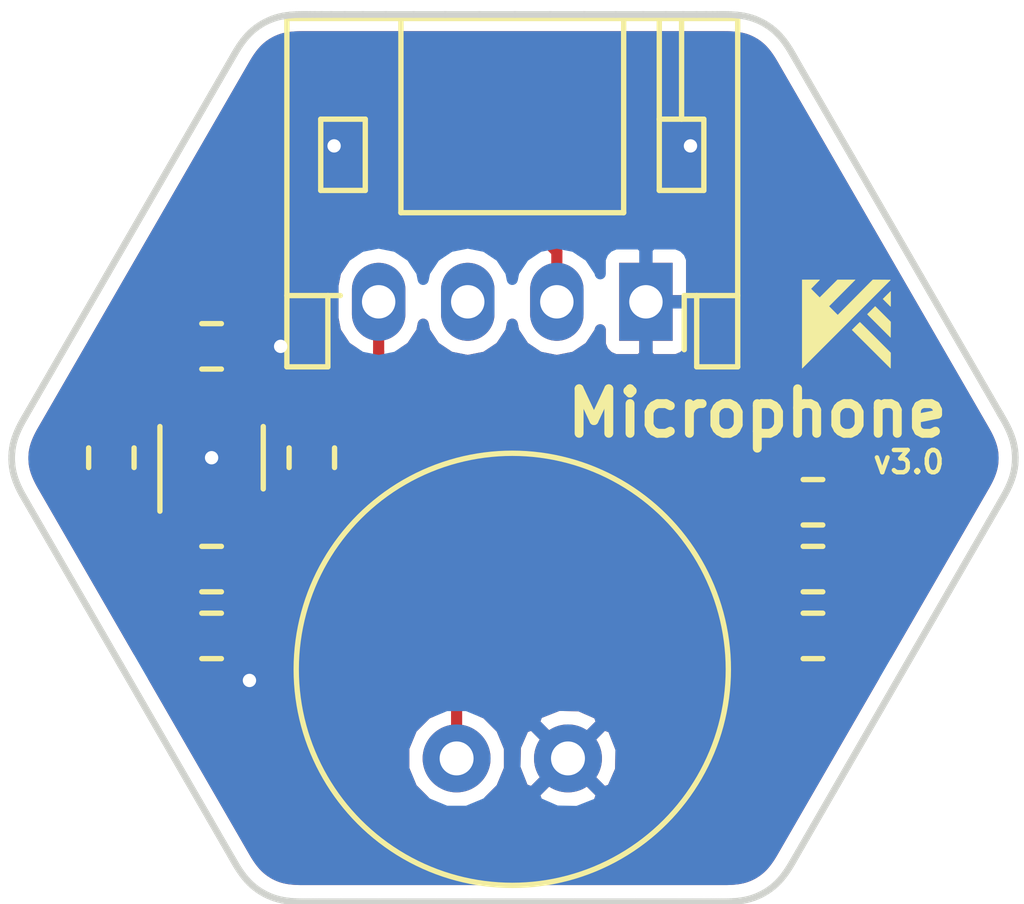
<source format=kicad_pcb>
(kicad_pcb (version 20171130) (host pcbnew 5.0.0-rc2-dev-unknown-r12304-fabbc48b)

  (general
    (thickness 1.6)
    (drawings 321)
    (tracks 62)
    (zones 0)
    (modules 12)
    (nets 8)
  )

  (page A4)
  (layers
    (0 F.Cu signal)
    (31 B.Cu signal)
    (32 B.Adhes user)
    (33 F.Adhes user)
    (34 B.Paste user)
    (35 F.Paste user)
    (36 B.SilkS user)
    (37 F.SilkS user)
    (38 B.Mask user)
    (39 F.Mask user hide)
    (40 Dwgs.User user)
    (41 Cmts.User user)
    (42 Eco1.User user)
    (43 Eco2.User user)
    (44 Edge.Cuts user)
    (45 Margin user)
    (46 B.CrtYd user)
    (47 F.CrtYd user)
    (48 B.Fab user hide)
    (49 F.Fab user hide)
  )

  (setup
    (last_trace_width 0.25)
    (user_trace_width 0.2)
    (user_trace_width 0.25)
    (user_trace_width 0.3)
    (user_trace_width 0.35)
    (user_trace_width 0.4)
    (trace_clearance 0.2)
    (zone_clearance 0.3)
    (zone_45_only no)
    (trace_min 0.2)
    (segment_width 0.2)
    (edge_width 0.15)
    (via_size 0.6)
    (via_drill 0.3)
    (via_min_size 0.6)
    (via_min_drill 0.3)
    (user_via 0.6 0.3)
    (uvia_size 0.3)
    (uvia_drill 0.1)
    (uvias_allowed no)
    (uvia_min_size 0.2)
    (uvia_min_drill 0.1)
    (pcb_text_width 0.3)
    (pcb_text_size 1.5 1.5)
    (mod_edge_width 0.15)
    (mod_text_size 1 1)
    (mod_text_width 0.15)
    (pad_size 1.524 1.524)
    (pad_drill 0.762)
    (pad_to_mask_clearance 0.2)
    (aux_axis_origin 0 0)
    (visible_elements 7FFFFFFF)
    (pcbplotparams
      (layerselection 0x010fc_ffffffff)
      (usegerberextensions false)
      (usegerberattributes false)
      (usegerberadvancedattributes false)
      (creategerberjobfile false)
      (excludeedgelayer true)
      (linewidth 0.100000)
      (plotframeref false)
      (viasonmask false)
      (mode 1)
      (useauxorigin false)
      (hpglpennumber 1)
      (hpglpenspeed 20)
      (hpglpendiameter 15)
      (psnegative false)
      (psa4output false)
      (plotreference true)
      (plotvalue true)
      (plotinvisibletext false)
      (padsonsilk false)
      (subtractmaskfromsilk false)
      (outputformat 1)
      (mirror false)
      (drillshape 1)
      (scaleselection 1)
      (outputdirectory ""))
  )

  (net 0 "")
  (net 1 GND)
  (net 2 Signal)
  (net 3 "Net-(C4-Pad1)")
  (net 4 "Net-(C5-Pad2)")
  (net 5 "Net-(C4-Pad2)")
  (net 6 VCC)
  (net 7 "Net-(R1-Pad1)")

  (net_class Default "This is the default net class."
    (clearance 0.2)
    (trace_width 0.25)
    (via_dia 0.6)
    (via_drill 0.3)
    (uvia_dia 0.3)
    (uvia_drill 0.1)
    (add_net GND)
    (add_net "Net-(C4-Pad1)")
    (add_net "Net-(C4-Pad2)")
    (add_net "Net-(C5-Pad2)")
    (add_net "Net-(R1-Pad1)")
    (add_net Signal)
    (add_net VCC)
  )

  (module GiraffeTech-Electromechanical:Condenser_Microphone_9.7mm (layer F.Cu) (tedit 5AF1E1BB) (tstamp 5ACD92DB)
    (at 163 104.75)
    (path /5ACDBD39)
    (fp_text reference MK1 (at 0 6) (layer F.SilkS) hide
      (effects (font (size 1 1) (thickness 0.15)))
    )
    (fp_text value 9.7mm (at 0 -5.75) (layer F.Fab)
      (effects (font (size 1 1) (thickness 0.15)))
    )
    (fp_circle (center 0 0) (end 4.75 0) (layer F.CrtYd) (width 0.05))
    (fp_text user %R (at 0 2.25) (layer F.Fab)
      (effects (font (size 1 1) (thickness 0.15)))
    )
    (fp_circle (center 0 0) (end 4.85 0) (layer F.Fab) (width 0.1))
    (fp_circle (center 0 0) (end 4.85 0) (layer F.SilkS) (width 0.12))
    (pad 2 thru_hole circle (at 1.25 2) (size 1.524 1.524) (drill 0.762) (layers *.Cu *.Mask)
      (net 1 GND))
    (pad 1 thru_hole circle (at -1.25 2) (size 1.524 1.524) (drill 0.762) (layers *.Cu *.Mask)
      (net 5 "Net-(C4-Pad2)"))
  )

  (module Connector_JST:JST_PH_S4B-PH-K_1x04_P2.00mm_Horizontal (layer F.Cu) (tedit 5AC1D833) (tstamp 5AC23711)
    (at 166 96.5 180)
    (descr "JST PH series connector, S4B-PH-K (http://www.jst-mfg.com/product/pdf/eng/ePH.pdf), generated with kicad-footprint-generator")
    (tags "connector JST PH top entry")
    (path /5ABF7622)
    (fp_text reference J1 (at 3 -2.55 180) (layer F.SilkS) hide
      (effects (font (size 1 1) (thickness 0.15)))
    )
    (fp_text value Conn_01x04 (at 3 7.45 180) (layer F.Fab)
      (effects (font (size 1 1) (thickness 0.15)))
    )
    (fp_line (start -0.86 0.14) (end -1.14 0.14) (layer F.SilkS) (width 0.12))
    (fp_line (start -1.14 0.14) (end -1.14 -1.46) (layer F.SilkS) (width 0.12))
    (fp_line (start -1.14 -1.46) (end -2.06 -1.46) (layer F.SilkS) (width 0.12))
    (fp_line (start -2.06 -1.46) (end -2.06 6.36) (layer F.SilkS) (width 0.12))
    (fp_line (start -2.06 6.36) (end 8.06 6.36) (layer F.SilkS) (width 0.12))
    (fp_line (start 8.06 6.36) (end 8.06 -1.46) (layer F.SilkS) (width 0.12))
    (fp_line (start 8.06 -1.46) (end 7.14 -1.46) (layer F.SilkS) (width 0.12))
    (fp_line (start 7.14 -1.46) (end 7.14 0.14) (layer F.SilkS) (width 0.12))
    (fp_line (start 7.14 0.14) (end 6.86 0.14) (layer F.SilkS) (width 0.12))
    (fp_line (start 0.5 6.36) (end 0.5 2) (layer F.SilkS) (width 0.12))
    (fp_line (start 0.5 2) (end 5.5 2) (layer F.SilkS) (width 0.12))
    (fp_line (start 5.5 2) (end 5.5 6.36) (layer F.SilkS) (width 0.12))
    (fp_line (start -2.06 0.14) (end -1.14 0.14) (layer F.SilkS) (width 0.12))
    (fp_line (start 8.06 0.14) (end 7.14 0.14) (layer F.SilkS) (width 0.12))
    (fp_line (start -1.3 2.5) (end -1.3 4.1) (layer F.SilkS) (width 0.12))
    (fp_line (start -1.3 4.1) (end -0.3 4.1) (layer F.SilkS) (width 0.12))
    (fp_line (start -0.3 4.1) (end -0.3 2.5) (layer F.SilkS) (width 0.12))
    (fp_line (start -0.3 2.5) (end -1.3 2.5) (layer F.SilkS) (width 0.12))
    (fp_line (start 7.3 2.5) (end 7.3 4.1) (layer F.SilkS) (width 0.12))
    (fp_line (start 7.3 4.1) (end 6.3 4.1) (layer F.SilkS) (width 0.12))
    (fp_line (start 6.3 4.1) (end 6.3 2.5) (layer F.SilkS) (width 0.12))
    (fp_line (start 6.3 2.5) (end 7.3 2.5) (layer F.SilkS) (width 0.12))
    (fp_line (start -0.3 4.1) (end -0.3 6.36) (layer F.SilkS) (width 0.12))
    (fp_line (start -0.8 4.1) (end -0.8 6.36) (layer F.SilkS) (width 0.12))
    (fp_line (start -2.45 -1.85) (end -2.45 6.75) (layer F.CrtYd) (width 0.05))
    (fp_line (start -2.45 6.75) (end 8.45 6.75) (layer F.CrtYd) (width 0.05))
    (fp_line (start 8.45 6.75) (end 8.45 -1.85) (layer F.CrtYd) (width 0.05))
    (fp_line (start 8.45 -1.85) (end -2.45 -1.85) (layer F.CrtYd) (width 0.05))
    (fp_line (start -1.25 0.25) (end -1.25 -1.35) (layer F.Fab) (width 0.1))
    (fp_line (start -1.25 -1.35) (end -1.95 -1.35) (layer F.Fab) (width 0.1))
    (fp_line (start -1.95 -1.35) (end -1.95 6.25) (layer F.Fab) (width 0.1))
    (fp_line (start -1.95 6.25) (end 7.95 6.25) (layer F.Fab) (width 0.1))
    (fp_line (start 7.95 6.25) (end 7.95 -1.35) (layer F.Fab) (width 0.1))
    (fp_line (start 7.95 -1.35) (end 7.25 -1.35) (layer F.Fab) (width 0.1))
    (fp_line (start 7.25 -1.35) (end 7.25 0.25) (layer F.Fab) (width 0.1))
    (fp_line (start 7.25 0.25) (end -1.25 0.25) (layer F.Fab) (width 0.1))
    (fp_line (start -0.86 0.14) (end -0.86 -1.075) (layer F.SilkS) (width 0.12))
    (fp_line (start 0 0.875) (end -0.5 1.375) (layer F.Fab) (width 0.1))
    (fp_line (start -0.5 1.375) (end 0.5 1.375) (layer F.Fab) (width 0.1))
    (fp_line (start 0.5 1.375) (end 0 0.875) (layer F.Fab) (width 0.1))
    (fp_text user %R (at 3 2.5 180) (layer F.Fab)
      (effects (font (size 1 1) (thickness 0.15)))
    )
    (pad 1 thru_hole rect (at 0 0 180) (size 1.2 1.75) (drill 0.75) (layers *.Cu *.Mask)
      (net 1 GND))
    (pad 2 thru_hole oval (at 2 0 180) (size 1.2 1.75) (drill 0.75) (layers *.Cu *.Mask)
      (net 6 VCC))
    (pad 3 thru_hole oval (at 4 0 180) (size 1.2 1.75) (drill 0.75) (layers *.Cu *.Mask))
    (pad 4 thru_hole oval (at 6 0 180) (size 1.2 1.75) (drill 0.75) (layers *.Cu *.Mask)
      (net 2 Signal))
    (model ${KISYS3DMOD}/Connector_JST.3dshapes/JST_PH_S4B-PH-K_1x04_P2.00mm_Horizontal.wrl
      (at (xyz 0 0 0))
      (scale (xyz 1 1 1))
      (rotate (xyz 0 0 0))
    )
  )

  (module Capacitor_SMD:C_0603_1608Metric (layer F.Cu) (tedit 5ACD8ADF) (tstamp 5AD3D62F)
    (at 169.75 102.5 180)
    (descr "Capacitor SMD 0603 (1608 Metric), square (rectangular) end terminal, IPC_7351 nominal, (Body size source: http://www.tortai-tech.com/upload/download/2011102023233369053.pdf), generated with kicad-footprint-generator")
    (tags capacitor)
    (path /5AC7A587)
    (attr smd)
    (fp_text reference C4 (at 2 0 180) (layer F.SilkS) hide
      (effects (font (size 1 1) (thickness 0.15)))
    )
    (fp_text value 4.7uF (at 0 1.65 180) (layer F.Fab)
      (effects (font (size 1 1) (thickness 0.15)))
    )
    (fp_text user %R (at 0 0 180) (layer F.Fab)
      (effects (font (size 0.5 0.5) (thickness 0.08)))
    )
    (fp_line (start 1.46 0.75) (end -1.46 0.75) (layer F.CrtYd) (width 0.05))
    (fp_line (start 1.46 -0.75) (end 1.46 0.75) (layer F.CrtYd) (width 0.05))
    (fp_line (start -1.46 -0.75) (end 1.46 -0.75) (layer F.CrtYd) (width 0.05))
    (fp_line (start -1.46 0.75) (end -1.46 -0.75) (layer F.CrtYd) (width 0.05))
    (fp_line (start -0.22 0.51) (end 0.22 0.51) (layer F.SilkS) (width 0.12))
    (fp_line (start -0.22 -0.51) (end 0.22 -0.51) (layer F.SilkS) (width 0.12))
    (fp_line (start 0.8 0.4) (end -0.8 0.4) (layer F.Fab) (width 0.1))
    (fp_line (start 0.8 -0.4) (end 0.8 0.4) (layer F.Fab) (width 0.1))
    (fp_line (start -0.8 -0.4) (end 0.8 -0.4) (layer F.Fab) (width 0.1))
    (fp_line (start -0.8 0.4) (end -0.8 -0.4) (layer F.Fab) (width 0.1))
    (pad 2 smd rect (at 0.875 0 180) (size 0.67 1) (layers F.Cu F.Paste F.Mask)
      (net 5 "Net-(C4-Pad2)"))
    (pad 1 smd rect (at -0.875 0 180) (size 0.67 1) (layers F.Cu F.Paste F.Mask)
      (net 3 "Net-(C4-Pad1)"))
    (model ${KISYS3DMOD}/Capacitor_SMD.3dshapes/C_0603_1608Metric.wrl
      (at (xyz 0 0 0))
      (scale (xyz 1 1 1))
      (rotate (xyz 0 0 0))
    )
  )

  (module Capacitor_SMD:C_0603_1608Metric (layer F.Cu) (tedit 5AC74EAC) (tstamp 5AD3D640)
    (at 156.25 104 180)
    (descr "Capacitor SMD 0603 (1608 Metric), square (rectangular) end terminal, IPC_7351 nominal, (Body size source: http://www.tortai-tech.com/upload/download/2011102023233369053.pdf), generated with kicad-footprint-generator")
    (tags capacitor)
    (path /5AC83573)
    (attr smd)
    (fp_text reference C5 (at -1.5 -2.3 180) (layer F.SilkS) hide
      (effects (font (size 1 1) (thickness 0.15)))
    )
    (fp_text value 4.7uF (at 0 1.65 180) (layer F.Fab)
      (effects (font (size 1 1) (thickness 0.15)))
    )
    (fp_text user %R (at 0 0 180) (layer F.Fab)
      (effects (font (size 0.5 0.5) (thickness 0.08)))
    )
    (fp_line (start 1.46 0.75) (end -1.46 0.75) (layer F.CrtYd) (width 0.05))
    (fp_line (start 1.46 -0.75) (end 1.46 0.75) (layer F.CrtYd) (width 0.05))
    (fp_line (start -1.46 -0.75) (end 1.46 -0.75) (layer F.CrtYd) (width 0.05))
    (fp_line (start -1.46 0.75) (end -1.46 -0.75) (layer F.CrtYd) (width 0.05))
    (fp_line (start -0.22 0.51) (end 0.22 0.51) (layer F.SilkS) (width 0.12))
    (fp_line (start -0.22 -0.51) (end 0.22 -0.51) (layer F.SilkS) (width 0.12))
    (fp_line (start 0.8 0.4) (end -0.8 0.4) (layer F.Fab) (width 0.1))
    (fp_line (start 0.8 -0.4) (end 0.8 0.4) (layer F.Fab) (width 0.1))
    (fp_line (start -0.8 -0.4) (end 0.8 -0.4) (layer F.Fab) (width 0.1))
    (fp_line (start -0.8 0.4) (end -0.8 -0.4) (layer F.Fab) (width 0.1))
    (pad 2 smd rect (at 0.875 0 180) (size 0.67 1) (layers F.Cu F.Paste F.Mask)
      (net 4 "Net-(C5-Pad2)"))
    (pad 1 smd rect (at -0.875 0 180) (size 0.67 1) (layers F.Cu F.Paste F.Mask)
      (net 1 GND))
    (model ${KISYS3DMOD}/Capacitor_SMD.3dshapes/C_0603_1608Metric.wrl
      (at (xyz 0 0 0))
      (scale (xyz 1 1 1))
      (rotate (xyz 0 0 0))
    )
  )

  (module Resistor_SMD:R_0603_1608Metric (layer F.Cu) (tedit 5AC74EAA) (tstamp 5AD3D662)
    (at 169.75 104)
    (descr "Resistor SMD 0603 (1608 Metric), square (rectangular) end terminal, IPC_7351 nominal, (Body size source: http://www.tortai-tech.com/upload/download/2011102023233369053.pdf), generated with kicad-footprint-generator")
    (tags resistor)
    (path /5AC7A551)
    (attr smd)
    (fp_text reference R1 (at -2 0) (layer F.SilkS) hide
      (effects (font (size 1 1) (thickness 0.15)))
    )
    (fp_text value 10K (at 0 1.65) (layer F.Fab)
      (effects (font (size 1 1) (thickness 0.15)))
    )
    (fp_text user %R (at 0 0) (layer F.Fab)
      (effects (font (size 0.5 0.5) (thickness 0.08)))
    )
    (fp_line (start 1.46 0.75) (end -1.46 0.75) (layer F.CrtYd) (width 0.05))
    (fp_line (start 1.46 -0.75) (end 1.46 0.75) (layer F.CrtYd) (width 0.05))
    (fp_line (start -1.46 -0.75) (end 1.46 -0.75) (layer F.CrtYd) (width 0.05))
    (fp_line (start -1.46 0.75) (end -1.46 -0.75) (layer F.CrtYd) (width 0.05))
    (fp_line (start -0.22 0.51) (end 0.22 0.51) (layer F.SilkS) (width 0.12))
    (fp_line (start -0.22 -0.51) (end 0.22 -0.51) (layer F.SilkS) (width 0.12))
    (fp_line (start 0.8 0.4) (end -0.8 0.4) (layer F.Fab) (width 0.1))
    (fp_line (start 0.8 -0.4) (end 0.8 0.4) (layer F.Fab) (width 0.1))
    (fp_line (start -0.8 -0.4) (end 0.8 -0.4) (layer F.Fab) (width 0.1))
    (fp_line (start -0.8 0.4) (end -0.8 -0.4) (layer F.Fab) (width 0.1))
    (pad 2 smd rect (at 0.875 0) (size 0.67 1) (layers F.Cu F.Paste F.Mask)
      (net 3 "Net-(C4-Pad1)"))
    (pad 1 smd rect (at -0.875 0) (size 0.67 1) (layers F.Cu F.Paste F.Mask)
      (net 7 "Net-(R1-Pad1)"))
    (model ${KISYS3DMOD}/Resistor_SMD.3dshapes/R_0603_1608Metric.wrl
      (at (xyz 0 0 0))
      (scale (xyz 1 1 1))
      (rotate (xyz 0 0 0))
    )
  )

  (module Resistor_SMD:R_0603_1608Metric (layer F.Cu) (tedit 5AC74EA8) (tstamp 5AD3D673)
    (at 154 100 270)
    (descr "Resistor SMD 0603 (1608 Metric), square (rectangular) end terminal, IPC_7351 nominal, (Body size source: http://www.tortai-tech.com/upload/download/2011102023233369053.pdf), generated with kicad-footprint-generator")
    (tags resistor)
    (path /5AC7EDEB)
    (attr smd)
    (fp_text reference R2 (at -3 -0.25 270) (layer F.SilkS) hide
      (effects (font (size 1 1) (thickness 0.15)))
    )
    (fp_text value 10K (at 0 1.65 270) (layer F.Fab)
      (effects (font (size 1 1) (thickness 0.15)))
    )
    (fp_line (start -0.8 0.4) (end -0.8 -0.4) (layer F.Fab) (width 0.1))
    (fp_line (start -0.8 -0.4) (end 0.8 -0.4) (layer F.Fab) (width 0.1))
    (fp_line (start 0.8 -0.4) (end 0.8 0.4) (layer F.Fab) (width 0.1))
    (fp_line (start 0.8 0.4) (end -0.8 0.4) (layer F.Fab) (width 0.1))
    (fp_line (start -0.22 -0.51) (end 0.22 -0.51) (layer F.SilkS) (width 0.12))
    (fp_line (start -0.22 0.51) (end 0.22 0.51) (layer F.SilkS) (width 0.12))
    (fp_line (start -1.46 0.75) (end -1.46 -0.75) (layer F.CrtYd) (width 0.05))
    (fp_line (start -1.46 -0.75) (end 1.46 -0.75) (layer F.CrtYd) (width 0.05))
    (fp_line (start 1.46 -0.75) (end 1.46 0.75) (layer F.CrtYd) (width 0.05))
    (fp_line (start 1.46 0.75) (end -1.46 0.75) (layer F.CrtYd) (width 0.05))
    (fp_text user %R (at 0 0 270) (layer F.Fab)
      (effects (font (size 0.5 0.5) (thickness 0.08)))
    )
    (pad 1 smd rect (at -0.875 0 270) (size 0.67 1) (layers F.Cu F.Paste F.Mask)
      (net 6 VCC))
    (pad 2 smd rect (at 0.875 0 270) (size 0.67 1) (layers F.Cu F.Paste F.Mask)
      (net 4 "Net-(C5-Pad2)"))
    (model ${KISYS3DMOD}/Resistor_SMD.3dshapes/R_0603_1608Metric.wrl
      (at (xyz 0 0 0))
      (scale (xyz 1 1 1))
      (rotate (xyz 0 0 0))
    )
  )

  (module Resistor_SMD:R_0603_1608Metric (layer F.Cu) (tedit 5AC74EAE) (tstamp 5AD3D684)
    (at 156.25 102.5)
    (descr "Resistor SMD 0603 (1608 Metric), square (rectangular) end terminal, IPC_7351 nominal, (Body size source: http://www.tortai-tech.com/upload/download/2011102023233369053.pdf), generated with kicad-footprint-generator")
    (tags resistor)
    (path /5AC7EE6D)
    (attr smd)
    (fp_text reference R3 (at 1.75 -1.5) (layer F.SilkS) hide
      (effects (font (size 1 1) (thickness 0.15)))
    )
    (fp_text value 10K (at 0 1.65) (layer F.Fab)
      (effects (font (size 1 1) (thickness 0.15)))
    )
    (fp_text user %R (at 0 0) (layer F.Fab)
      (effects (font (size 0.5 0.5) (thickness 0.08)))
    )
    (fp_line (start 1.46 0.75) (end -1.46 0.75) (layer F.CrtYd) (width 0.05))
    (fp_line (start 1.46 -0.75) (end 1.46 0.75) (layer F.CrtYd) (width 0.05))
    (fp_line (start -1.46 -0.75) (end 1.46 -0.75) (layer F.CrtYd) (width 0.05))
    (fp_line (start -1.46 0.75) (end -1.46 -0.75) (layer F.CrtYd) (width 0.05))
    (fp_line (start -0.22 0.51) (end 0.22 0.51) (layer F.SilkS) (width 0.12))
    (fp_line (start -0.22 -0.51) (end 0.22 -0.51) (layer F.SilkS) (width 0.12))
    (fp_line (start 0.8 0.4) (end -0.8 0.4) (layer F.Fab) (width 0.1))
    (fp_line (start 0.8 -0.4) (end 0.8 0.4) (layer F.Fab) (width 0.1))
    (fp_line (start -0.8 -0.4) (end 0.8 -0.4) (layer F.Fab) (width 0.1))
    (fp_line (start -0.8 0.4) (end -0.8 -0.4) (layer F.Fab) (width 0.1))
    (pad 2 smd rect (at 0.875 0) (size 0.67 1) (layers F.Cu F.Paste F.Mask)
      (net 1 GND))
    (pad 1 smd rect (at -0.875 0) (size 0.67 1) (layers F.Cu F.Paste F.Mask)
      (net 4 "Net-(C5-Pad2)"))
    (model ${KISYS3DMOD}/Resistor_SMD.3dshapes/R_0603_1608Metric.wrl
      (at (xyz 0 0 0))
      (scale (xyz 1 1 1))
      (rotate (xyz 0 0 0))
    )
  )

  (module Resistor_SMD:R_0603_1608Metric (layer F.Cu) (tedit 5AC74E6A) (tstamp 5AD3D695)
    (at 158.5 100 270)
    (descr "Resistor SMD 0603 (1608 Metric), square (rectangular) end terminal, IPC_7351 nominal, (Body size source: http://www.tortai-tech.com/upload/download/2011102023233369053.pdf), generated with kicad-footprint-generator")
    (tags resistor)
    (path /5AC78340)
    (attr smd)
    (fp_text reference R4 (at -2.5 0 270) (layer F.SilkS) hide
      (effects (font (size 1 1) (thickness 0.15)))
    )
    (fp_text value 820K (at 0 1.65 270) (layer F.Fab)
      (effects (font (size 1 1) (thickness 0.15)))
    )
    (fp_line (start -0.8 0.4) (end -0.8 -0.4) (layer F.Fab) (width 0.1))
    (fp_line (start -0.8 -0.4) (end 0.8 -0.4) (layer F.Fab) (width 0.1))
    (fp_line (start 0.8 -0.4) (end 0.8 0.4) (layer F.Fab) (width 0.1))
    (fp_line (start 0.8 0.4) (end -0.8 0.4) (layer F.Fab) (width 0.1))
    (fp_line (start -0.22 -0.51) (end 0.22 -0.51) (layer F.SilkS) (width 0.12))
    (fp_line (start -0.22 0.51) (end 0.22 0.51) (layer F.SilkS) (width 0.12))
    (fp_line (start -1.46 0.75) (end -1.46 -0.75) (layer F.CrtYd) (width 0.05))
    (fp_line (start -1.46 -0.75) (end 1.46 -0.75) (layer F.CrtYd) (width 0.05))
    (fp_line (start 1.46 -0.75) (end 1.46 0.75) (layer F.CrtYd) (width 0.05))
    (fp_line (start 1.46 0.75) (end -1.46 0.75) (layer F.CrtYd) (width 0.05))
    (fp_text user %R (at 0 0 270) (layer F.Fab)
      (effects (font (size 0.5 0.5) (thickness 0.08)))
    )
    (pad 1 smd rect (at -0.875 0 270) (size 0.67 1) (layers F.Cu F.Paste F.Mask)
      (net 2 Signal))
    (pad 2 smd rect (at 0.875 0 270) (size 0.67 1) (layers F.Cu F.Paste F.Mask)
      (net 7 "Net-(R1-Pad1)"))
    (model ${KISYS3DMOD}/Resistor_SMD.3dshapes/R_0603_1608Metric.wrl
      (at (xyz 0 0 0))
      (scale (xyz 1 1 1))
      (rotate (xyz 0 0 0))
    )
  )

  (module Capacitor_SMD:C_0603_1608Metric (layer F.Cu) (tedit 5AC74F8B) (tstamp 5AD3DE19)
    (at 156.25 97.5 180)
    (descr "Capacitor SMD 0603 (1608 Metric), square (rectangular) end terminal, IPC_7351 nominal, (Body size source: http://www.tortai-tech.com/upload/download/2011102023233369053.pdf), generated with kicad-footprint-generator")
    (tags capacitor)
    (path /5AC883C3)
    (attr smd)
    (fp_text reference C7 (at 0 -1.65 180) (layer F.SilkS) hide
      (effects (font (size 1 1) (thickness 0.15)))
    )
    (fp_text value 0.1uF (at 0 1.65 180) (layer F.Fab)
      (effects (font (size 1 1) (thickness 0.15)))
    )
    (fp_line (start -0.8 0.4) (end -0.8 -0.4) (layer F.Fab) (width 0.1))
    (fp_line (start -0.8 -0.4) (end 0.8 -0.4) (layer F.Fab) (width 0.1))
    (fp_line (start 0.8 -0.4) (end 0.8 0.4) (layer F.Fab) (width 0.1))
    (fp_line (start 0.8 0.4) (end -0.8 0.4) (layer F.Fab) (width 0.1))
    (fp_line (start -0.22 -0.51) (end 0.22 -0.51) (layer F.SilkS) (width 0.12))
    (fp_line (start -0.22 0.51) (end 0.22 0.51) (layer F.SilkS) (width 0.12))
    (fp_line (start -1.46 0.75) (end -1.46 -0.75) (layer F.CrtYd) (width 0.05))
    (fp_line (start -1.46 -0.75) (end 1.46 -0.75) (layer F.CrtYd) (width 0.05))
    (fp_line (start 1.46 -0.75) (end 1.46 0.75) (layer F.CrtYd) (width 0.05))
    (fp_line (start 1.46 0.75) (end -1.46 0.75) (layer F.CrtYd) (width 0.05))
    (fp_text user %R (at 0 0 180) (layer F.Fab)
      (effects (font (size 0.5 0.5) (thickness 0.08)))
    )
    (pad 1 smd rect (at -0.875 0 180) (size 0.67 1) (layers F.Cu F.Paste F.Mask)
      (net 1 GND))
    (pad 2 smd rect (at 0.875 0 180) (size 0.67 1) (layers F.Cu F.Paste F.Mask)
      (net 6 VCC))
    (model ${KISYS3DMOD}/Capacitor_SMD.3dshapes/C_0603_1608Metric.wrl
      (at (xyz 0 0 0))
      (scale (xyz 1 1 1))
      (rotate (xyz 0 0 0))
    )
  )

  (module Resistor_SMD:R_0603_1608Metric (layer F.Cu) (tedit 5ACD8CB4) (tstamp 5ACD92EC)
    (at 169.75 101 180)
    (descr "Resistor SMD 0603 (1608 Metric), square (rectangular) end terminal, IPC_7351 nominal, (Body size source: http://www.tortai-tech.com/upload/download/2011102023233369053.pdf), generated with kicad-footprint-generator")
    (tags resistor)
    (path /5ACDE05F)
    (attr smd)
    (fp_text reference R5 (at 2 0 180) (layer F.SilkS) hide
      (effects (font (size 1 1) (thickness 0.15)))
    )
    (fp_text value 2K (at 0 1.65 180) (layer F.Fab)
      (effects (font (size 1 1) (thickness 0.15)))
    )
    (fp_text user %R (at 0 0 180) (layer F.Fab)
      (effects (font (size 0.5 0.5) (thickness 0.08)))
    )
    (fp_line (start 1.46 0.75) (end -1.46 0.75) (layer F.CrtYd) (width 0.05))
    (fp_line (start 1.46 -0.75) (end 1.46 0.75) (layer F.CrtYd) (width 0.05))
    (fp_line (start -1.46 -0.75) (end 1.46 -0.75) (layer F.CrtYd) (width 0.05))
    (fp_line (start -1.46 0.75) (end -1.46 -0.75) (layer F.CrtYd) (width 0.05))
    (fp_line (start -0.22 0.51) (end 0.22 0.51) (layer F.SilkS) (width 0.12))
    (fp_line (start -0.22 -0.51) (end 0.22 -0.51) (layer F.SilkS) (width 0.12))
    (fp_line (start 0.8 0.4) (end -0.8 0.4) (layer F.Fab) (width 0.1))
    (fp_line (start 0.8 -0.4) (end 0.8 0.4) (layer F.Fab) (width 0.1))
    (fp_line (start -0.8 -0.4) (end 0.8 -0.4) (layer F.Fab) (width 0.1))
    (fp_line (start -0.8 0.4) (end -0.8 -0.4) (layer F.Fab) (width 0.1))
    (pad 2 smd rect (at 0.875 0 180) (size 0.67 1) (layers F.Cu F.Paste F.Mask)
      (net 5 "Net-(C4-Pad2)"))
    (pad 1 smd rect (at -0.875 0 180) (size 0.67 1) (layers F.Cu F.Paste F.Mask)
      (net 6 VCC))
    (model ${KISYS3DMOD}/Resistor_SMD.3dshapes/R_0603_1608Metric.wrl
      (at (xyz 0 0 0))
      (scale (xyz 1 1 1))
      (rotate (xyz 0 0 0))
    )
  )

  (module Package_TO_SOT_SMD:SOT-353_SC-70-5 (layer F.Cu) (tedit 5AF46E84) (tstamp 5AF47C76)
    (at 156.25 100 90)
    (descr "SOT-353, SC-70-5")
    (tags "SOT-353 SC-70-5")
    (path /5AC76B87)
    (attr smd)
    (fp_text reference U2 (at 1.25 -4.25 90) (layer F.SilkS) hide
      (effects (font (size 1 1) (thickness 0.15)))
    )
    (fp_text value BD5291FVE-GTR (at 0 2 270) (layer F.Fab)
      (effects (font (size 1 1) (thickness 0.15)))
    )
    (fp_text user %R (at 0 0 180) (layer F.Fab)
      (effects (font (size 0.5 0.5) (thickness 0.075)))
    )
    (fp_line (start 0.7 -1.16) (end -1.2 -1.16) (layer F.SilkS) (width 0.12))
    (fp_line (start -0.7 1.16) (end 0.7 1.16) (layer F.SilkS) (width 0.12))
    (fp_line (start 1.6 1.4) (end 1.6 -1.4) (layer F.CrtYd) (width 0.05))
    (fp_line (start -1.6 -1.4) (end -1.6 1.4) (layer F.CrtYd) (width 0.05))
    (fp_line (start -1.6 -1.4) (end 1.6 -1.4) (layer F.CrtYd) (width 0.05))
    (fp_line (start 0.675 -1.1) (end -0.175 -1.1) (layer F.Fab) (width 0.1))
    (fp_line (start -0.675 -0.6) (end -0.675 1.1) (layer F.Fab) (width 0.1))
    (fp_line (start -1.6 1.4) (end 1.6 1.4) (layer F.CrtYd) (width 0.05))
    (fp_line (start 0.675 -1.1) (end 0.675 1.1) (layer F.Fab) (width 0.1))
    (fp_line (start 0.675 1.1) (end -0.675 1.1) (layer F.Fab) (width 0.1))
    (fp_line (start -0.175 -1.1) (end -0.675 -0.6) (layer F.Fab) (width 0.1))
    (pad 1 smd rect (at -0.95 -0.65 90) (size 0.65 0.4) (layers F.Cu F.Paste F.Mask)
      (net 4 "Net-(C5-Pad2)"))
    (pad 3 smd rect (at -0.95 0.65 90) (size 0.65 0.4) (layers F.Cu F.Paste F.Mask)
      (net 7 "Net-(R1-Pad1)"))
    (pad 2 smd rect (at -0.95 0 90) (size 0.65 0.4) (layers F.Cu F.Paste F.Mask)
      (net 1 GND))
    (pad 4 smd rect (at 0.95 0.65 90) (size 0.65 0.4) (layers F.Cu F.Paste F.Mask)
      (net 2 Signal))
    (pad 5 smd rect (at 0.95 -0.65 90) (size 0.65 0.4) (layers F.Cu F.Paste F.Mask)
      (net 6 VCC))
    (model ${KISYS3DMOD}/Package_TO_SOT_SMD.3dshapes/SOT-353_SC-70-5.wrl
      (at (xyz 0 0 0))
      (scale (xyz 1 1 1))
      (rotate (xyz 0 0 0))
    )
  )

  (module GiraffeTech-Utility:MakerPlayground_logo_2x2mm (layer F.Cu) (tedit 0) (tstamp 5B22CF60)
    (at 170.5 97)
    (fp_text reference G*** (at 0 0) (layer F.SilkS) hide
      (effects (font (size 1.524 1.524) (thickness 0.3)))
    )
    (fp_text value LOGO (at 0.75 0) (layer F.SilkS) hide
      (effects (font (size 1.524 1.524) (thickness 0.3)))
    )
    (fp_poly (pts (xy 0.992188 -0.564543) (xy 0.992164 -0.528929) (xy 0.992097 -0.495895) (xy 0.991991 -0.466261)
      (xy 0.991852 -0.440843) (xy 0.991684 -0.420459) (xy 0.991492 -0.405926) (xy 0.991282 -0.398062)
      (xy 0.99116 -0.396875) (xy 0.988207 -0.399571) (xy 0.980351 -0.407199) (xy 0.968291 -0.419067)
      (xy 0.952725 -0.434484) (xy 0.934354 -0.452758) (xy 0.913876 -0.4732) (xy 0.906847 -0.480231)
      (xy 0.823563 -0.563586) (xy 0.907875 -0.647899) (xy 0.992188 -0.732211) (xy 0.992188 -0.564543)) (layer F.SilkS) (width 0.01))
    (fp_poly (pts (xy 0.992272 -0.049513) (xy 0.991238 0.124084) (xy 0.990203 0.297682) (xy 0.731231 0.038685)
      (xy 0.472259 -0.220311) (xy 0.559597 -0.307581) (xy 0.646934 -0.394851) (xy 0.992272 -0.049513)) (layer F.SilkS) (width 0.01))
    (fp_poly (pts (xy 0.306845 -0.036934) (xy 0.315366 -0.028902) (xy 0.328804 -0.015931) (xy 0.346812 0.001638)
      (xy 0.369045 0.023463) (xy 0.39516 0.049204) (xy 0.424812 0.078521) (xy 0.457655 0.111071)
      (xy 0.493344 0.146515) (xy 0.531535 0.184511) (xy 0.571883 0.224719) (xy 0.614044 0.266798)
      (xy 0.649934 0.302669) (xy 0.992273 0.645025) (xy 0.990203 0.990203) (xy 0.559594 0.560703)
      (xy 0.128984 0.131202) (xy 0.214278 0.045757) (xy 0.235683 0.024442) (xy 0.255382 0.005068)
      (xy 0.272657 -0.011676) (xy 0.28679 -0.025103) (xy 0.297063 -0.034528) (xy 0.302757 -0.039261)
      (xy 0.303583 -0.039687) (xy 0.306845 -0.036934)) (layer F.SilkS) (width 0.01))
    (fp_poly (pts (xy 0.790777 -0.991434) (xy 0.988227 -0.990203) (xy -0.992187 0.990197) (xy -0.992187 -0.992187)
      (xy -0.601395 -0.992187) (xy -0.646963 -0.945555) (xy -0.665935 -0.926151) (xy -0.688266 -0.903332)
      (xy -0.711752 -0.879346) (xy -0.734194 -0.856442) (xy -0.745114 -0.845303) (xy -0.797697 -0.791685)
      (xy -0.698482 -0.692529) (xy -0.599266 -0.593373) (xy -0.399829 -0.79278) (xy -0.200393 -0.992187)
      (xy 0.195473 -0.992187) (xy -0.099139 -0.695955) (xy -0.39375 -0.399723) (xy -0.194618 -0.200591)
      (xy 0.199355 -0.596628) (xy 0.593328 -0.992663) (xy 0.790777 -0.991434)) (layer F.SilkS) (width 0.01))
  )

  (gr_text v3.0 (at 171.9 100.1) (layer F.SilkS)
    (effects (font (size 0.5 0.5) (thickness 0.1)))
  )
  (gr_line (start 174.291699 99.9944) (end 174.288451 99.910256) (layer Edge.Cuts) (width 0.15))
  (gr_line (start 174.110832 99.299355) (end 174.080419 99.240321) (layer Edge.Cuts) (width 0.15))
  (gr_line (start 174.201321 99.506724) (end 174.172399 99.433298) (layer Edge.Cuts) (width 0.15))
  (gr_line (start 174.24987 99.66278) (end 174.227516 99.583465) (layer Edge.Cuts) (width 0.15))
  (gr_line (start 174.272603 100.245511) (end 174.283775 100.162475) (layer Edge.Cuts) (width 0.15))
  (gr_line (start 174.235865 100.407331) (end 174.256625 100.327281) (layer Edge.Cuts) (width 0.15))
  (gr_line (start 174.256625 100.327281) (end 174.272603 100.245511) (layer Edge.Cuts) (width 0.15))
  (gr_line (start 173.957181 99.022727) (end 173.952965 99.015425) (layer Edge.Cuts) (width 0.15))
  (gr_line (start 174.004029 99.103866) (end 173.986704 99.07386) (layer Edge.Cuts) (width 0.15))
  (gr_line (start 173.963838 99.034257) (end 173.957181 99.022727) (layer Edge.Cuts) (width 0.15))
  (gr_line (start 174.267537 99.743998) (end 174.24987 99.66278) (layer Edge.Cuts) (width 0.15))
  (gr_line (start 174.172399 99.433298) (end 174.141864 99.363927) (layer Edge.Cuts) (width 0.15))
  (gr_line (start 174.29014 100.078622) (end 174.291699 99.9944) (layer Edge.Cuts) (width 0.15))
  (gr_line (start 174.283775 100.162475) (end 174.29014 100.078622) (layer Edge.Cuts) (width 0.15))
  (gr_line (start 173.973493 99.050979) (end 173.963838 99.034257) (layer Edge.Cuts) (width 0.15))
  (gr_line (start 173.986704 99.07386) (end 173.973493 99.050979) (layer Edge.Cuts) (width 0.15))
  (gr_line (start 174.025904 99.141837) (end 174.004029 99.103866) (layer Edge.Cuts) (width 0.15))
  (gr_line (start 174.051737 99.187568) (end 174.025904 99.141837) (layer Edge.Cuts) (width 0.15))
  (gr_line (start 174.210893 100.485062) (end 174.235865 100.407331) (layer Edge.Cuts) (width 0.15))
  (gr_line (start 174.080419 99.240321) (end 174.051737 99.187568) (layer Edge.Cuts) (width 0.15))
  (gr_line (start 174.141864 99.363927) (end 174.110832 99.299355) (layer Edge.Cuts) (width 0.15))
  (gr_line (start 174.227516 99.583465) (end 174.201321 99.506724) (layer Edge.Cuts) (width 0.15))
  (gr_line (start 174.280397 99.82664) (end 174.267537 99.743998) (layer Edge.Cuts) (width 0.15))
  (gr_line (start 174.288451 99.910256) (end 174.280397 99.82664) (layer Edge.Cuts) (width 0.15))
  (gr_line (start 174.182802 100.55974) (end 174.210893 100.485062) (layer Edge.Cuts) (width 0.15))
  (gr_line (start 174.121722 100.696966) (end 174.152706 100.630622) (layer Edge.Cuts) (width 0.15))
  (gr_line (start 174.152706 100.630622) (end 174.182802 100.55974) (layer Edge.Cuts) (width 0.15))
  (gr_line (start 174.090964 100.758032) (end 174.121722 100.696966) (layer Edge.Cuts) (width 0.15))
  (gr_line (start 173.737068 98.641479) (end 173.602416 98.408253) (layer Edge.Cuts) (width 0.15))
  (gr_line (start 173.602416 98.408253) (end 173.420284 98.09279) (layer Edge.Cuts) (width 0.15))
  (gr_line (start 173.420284 98.09279) (end 173.183501 97.682668) (layer Edge.Cuts) (width 0.15))
  (gr_line (start 160.006829 109.968499) (end 160.605634 109.968499) (layer Edge.Cuts) (width 0.15))
  (gr_line (start 168.344742 109.900067) (end 168.423832 109.874353) (layer Edge.Cuts) (width 0.15))
  (gr_line (start 168.264902 109.920766) (end 168.344742 109.900067) (layer Edge.Cuts) (width 0.15))
  (gr_line (start 168.185274 109.936804) (end 168.264902 109.920766) (layer Edge.Cuts) (width 0.15))
  (gr_line (start 167.779097 109.968441) (end 167.832273 109.967884) (layer Edge.Cuts) (width 0.15))
  (gr_line (start 166.744483 109.968499) (end 167.065524 109.968499) (layer Edge.Cuts) (width 0.15))
  (gr_line (start 165.784854 109.968499) (end 166.322358 109.968499) (layer Edge.Cuts) (width 0.15))
  (gr_line (start 158.299616 109.968497) (end 158.339995 109.968499) (layer Edge.Cuts) (width 0.15))
  (gr_line (start 167.065524 109.968499) (end 167.300936 109.968499) (layer Edge.Cuts) (width 0.15))
  (gr_line (start 164.415541 109.968499) (end 165.139926 109.968499) (layer Edge.Cuts) (width 0.15))
  (gr_line (start 163.640381 109.968499) (end 164.415541 109.968499) (layer Edge.Cuts) (width 0.15))
  (gr_line (start 159.523632 109.968499) (end 160.006829 109.968499) (layer Edge.Cuts) (width 0.15))
  (gr_line (start 168.107056 109.948776) (end 168.185274 109.936804) (layer Edge.Cuts) (width 0.15))
  (gr_line (start 168.031447 109.957274) (end 168.107056 109.948776) (layer Edge.Cuts) (width 0.15))
  (gr_line (start 167.959647 109.962896) (end 168.031447 109.957274) (layer Edge.Cuts) (width 0.15))
  (gr_line (start 162.052466 109.968499) (end 162.843129 109.968499) (layer Edge.Cuts) (width 0.15))
  (gr_line (start 167.892856 109.966234) (end 167.959647 109.962896) (layer Edge.Cuts) (width 0.15))
  (gr_line (start 166.322358 109.968499) (end 166.744483 109.968499) (layer Edge.Cuts) (width 0.15))
  (gr_line (start 158.130633 109.964946) (end 158.194217 109.967298) (layer Edge.Cuts) (width 0.15))
  (gr_line (start 167.300936 109.968499) (end 167.466175 109.968499) (layer Edge.Cuts) (width 0.15))
  (gr_line (start 162.843129 109.968499) (end 163.640381 109.968499) (layer Edge.Cuts) (width 0.15))
  (gr_line (start 167.832273 109.967884) (end 167.892856 109.966234) (layer Edge.Cuts) (width 0.15))
  (gr_line (start 158.194217 109.967298) (end 158.250945 109.968283) (layer Edge.Cuts) (width 0.15))
  (gr_line (start 167.576696 109.968499) (end 167.647957 109.968499) (layer Edge.Cuts) (width 0.15))
  (gr_line (start 158.668841 109.968499) (end 158.870092 109.968499) (layer Edge.Cuts) (width 0.15))
  (gr_line (start 167.734518 109.968499) (end 167.779097 109.968441) (layer Edge.Cuts) (width 0.15))
  (gr_line (start 167.466175 109.968499) (end 167.576696 109.968499) (layer Edge.Cuts) (width 0.15))
  (gr_line (start 161.297074 109.968499) (end 162.052466 109.968499) (layer Edge.Cuts) (width 0.15))
  (gr_line (start 167.695412 109.968499) (end 167.734518 109.968499) (layer Edge.Cuts) (width 0.15))
  (gr_line (start 165.139926 109.968499) (end 165.784854 109.968499) (layer Edge.Cuts) (width 0.15))
  (gr_line (start 158.530662 109.968499) (end 158.668841 109.968499) (layer Edge.Cuts) (width 0.15))
  (gr_line (start 158.250945 109.968283) (end 158.299616 109.968497) (layer Edge.Cuts) (width 0.15))
  (gr_line (start 157.987692 109.953763) (end 158.061391 109.960632) (layer Edge.Cuts) (width 0.15))
  (gr_line (start 159.14987 109.968499) (end 159.523632 109.968499) (layer Edge.Cuts) (width 0.15))
  (gr_line (start 158.339995 109.968499) (end 158.381695 109.968499) (layer Edge.Cuts) (width 0.15))
  (gr_line (start 167.647957 109.968499) (end 167.695412 109.968499) (layer Edge.Cuts) (width 0.15))
  (gr_line (start 160.605634 109.968499) (end 161.297074 109.968499) (layer Edge.Cuts) (width 0.15))
  (gr_line (start 158.440098 109.968499) (end 158.530662 109.968499) (layer Edge.Cuts) (width 0.15))
  (gr_line (start 158.061391 109.960632) (end 158.130633 109.964946) (layer Edge.Cuts) (width 0.15))
  (gr_line (start 158.870092 109.968499) (end 159.14987 109.968499) (layer Edge.Cuts) (width 0.15))
  (gr_line (start 157.910735 109.943743) (end 157.987692 109.953763) (layer Edge.Cuts) (width 0.15))
  (gr_line (start 157.83172 109.929976) (end 157.910735 109.943743) (layer Edge.Cuts) (width 0.15))
  (gr_line (start 158.381695 109.968499) (end 158.440098 109.968499) (layer Edge.Cuts) (width 0.15))
  (gr_line (start 168.423832 109.874353) (end 168.50172 109.843784) (layer Edge.Cuts) (width 0.15))
  (gr_line (start 156.827744 109.187442) (end 156.862804 109.242522) (layer Edge.Cuts) (width 0.15))
  (gr_line (start 157.297029 109.703721) (end 157.367764 109.74936) (layer Edge.Cuts) (width 0.15))
  (gr_line (start 156.75033 109.056709) (end 156.771475 109.093298) (layer Edge.Cuts) (width 0.15))
  (gr_line (start 156.664055 108.907276) (end 156.704229 108.976859) (layer Edge.Cuts) (width 0.15))
  (gr_line (start 156.99467 109.423763) (end 157.047239 109.485055) (layer Edge.Cuts) (width 0.15))
  (gr_line (start 156.862804 109.242522) (end 156.902368 109.30116) (layer Edge.Cuts) (width 0.15))
  (gr_line (start 156.704229 108.976859) (end 156.730411 109.022208) (layer Edge.Cuts) (width 0.15))
  (gr_line (start 156.382307 108.419273) (end 156.510822 108.641868) (layer Edge.Cuts) (width 0.15))
  (gr_line (start 156.797272 109.137255) (end 156.827744 109.187442) (layer Edge.Cuts) (width 0.15))
  (gr_line (start 157.367764 109.74936) (end 157.441044 109.790919) (layer Edge.Cuts) (width 0.15))
  (gr_line (start 155.982838 107.727374) (end 156.208888 108.118903) (layer Edge.Cuts) (width 0.15))
  (gr_line (start 157.229227 109.654225) (end 157.297029 109.703721) (layer Edge.Cuts) (width 0.15))
  (gr_line (start 157.164745 109.601096) (end 157.229227 109.654225) (layer Edge.Cuts) (width 0.15))
  (gr_line (start 156.730411 109.022208) (end 156.75033 109.056709) (layer Edge.Cuts) (width 0.15))
  (gr_line (start 156.510822 108.641868) (end 156.602162 108.800074) (layer Edge.Cuts) (width 0.15))
  (gr_line (start 156.946352 109.362019) (end 156.99467 109.423763) (layer Edge.Cuts) (width 0.15))
  (gr_line (start 156.771475 109.093298) (end 156.797272 109.137255) (layer Edge.Cuts) (width 0.15))
  (gr_line (start 156.902368 109.30116) (end 156.946352 109.362019) (layer Edge.Cuts) (width 0.15))
  (gr_line (start 156.602162 108.800074) (end 156.664055 108.907276) (layer Edge.Cuts) (width 0.15))
  (gr_line (start 157.672273 109.88887) (end 157.751847 109.91187) (layer Edge.Cuts) (width 0.15))
  (gr_line (start 157.751847 109.91187) (end 157.83172 109.929976) (layer Edge.Cuts) (width 0.15))
  (gr_line (start 157.047239 109.485055) (end 157.103973 109.54456) (layer Edge.Cuts) (width 0.15))
  (gr_line (start 156.208888 108.118903) (end 156.382307 108.419273) (layer Edge.Cuts) (width 0.15))
  (gr_line (start 157.103973 109.54456) (end 157.164745 109.601096) (layer Edge.Cuts) (width 0.15))
  (gr_line (start 157.516481 109.828172) (end 157.593687 109.860897) (layer Edge.Cuts) (width 0.15))
  (gr_line (start 157.593687 109.860897) (end 157.672273 109.88887) (layer Edge.Cuts) (width 0.15))
  (gr_line (start 157.441044 109.790919) (end 157.516481 109.828172) (layer Edge.Cuts) (width 0.15))
  (gr_line (start 151.865174 99.472531) (end 151.837587 99.547842) (layer Edge.Cuts) (width 0.15))
  (gr_line (start 152.222794 98.803627) (end 152.153704 98.923294) (layer Edge.Cuts) (width 0.15))
  (gr_line (start 152.05837 99.088415) (end 152.038182 99.123384) (layer Edge.Cuts) (width 0.15))
  (gr_line (start 153.439724 103.322578) (end 153.810193 103.964248) (layer Edge.Cuts) (width 0.15))
  (gr_line (start 153.105107 102.743006) (end 153.439724 103.322578) (layer Edge.Cuts) (width 0.15))
  (gr_line (start 151.91748 100.667094) (end 151.948481 100.730678) (layer Edge.Cuts) (width 0.15))
  (gr_line (start 152.820659 102.250328) (end 153.105107 102.743006) (layer Edge.Cuts) (width 0.15))
  (gr_line (start 152.32342 98.629339) (end 152.222794 98.803627) (layer Edge.Cuts) (width 0.15))
  (gr_line (start 152.073084 100.955493) (end 152.099267 101.000843) (layer Edge.Cuts) (width 0.15))
  (gr_line (start 152.053164 100.920992) (end 152.073084 100.955493) (layer Edge.Cuts) (width 0.15))
  (gr_line (start 151.948481 100.730678) (end 151.978652 100.788582) (layer Edge.Cuts) (width 0.15))
  (gr_line (start 151.813331 99.626066) (end 151.793462 99.706478) (layer Edge.Cuts) (width 0.15))
  (gr_line (start 151.956763 99.271498) (end 151.925877 99.333618) (layer Edge.Cuts) (width 0.15))
  (gr_line (start 152.014031 99.16564) (end 151.98652 99.215259) (layer Edge.Cuts) (width 0.15))
  (gr_line (start 152.139441 101.070426) (end 152.201334 101.177628) (layer Edge.Cuts) (width 0.15))
  (gr_line (start 151.775145 100.20749) (end 151.788915 100.289897) (layer Edge.Cuts) (width 0.15))
  (gr_line (start 152.46331 98.387043) (end 152.32342 98.629339) (layer Edge.Cuts) (width 0.15))
  (gr_line (start 152.099267 101.000843) (end 152.139441 101.070426) (layer Edge.Cuts) (width 0.15))
  (gr_line (start 152.00688 100.840065) (end 152.032049 100.884385) (layer Edge.Cuts) (width 0.15))
  (gr_line (start 151.857453 100.525855) (end 151.886766 100.598573) (layer Edge.Cuts) (width 0.15))
  (gr_line (start 153.914611 95.873312) (end 153.536914 96.527503) (layer Edge.Cuts) (width 0.15))
  (gr_line (start 156.049562 92.175464) (end 155.780809 92.640958) (layer Edge.Cuts) (width 0.15))
  (gr_line (start 151.762674 99.955702) (end 151.762025 100.039944) (layer Edge.Cuts) (width 0.15))
  (gr_line (start 151.778393 99.788521) (end 151.76813 99.871745) (layer Edge.Cuts) (width 0.15))
  (gr_line (start 152.650191 98.063354) (end 152.46331 98.387043) (layer Edge.Cuts) (width 0.15))
  (gr_line (start 151.76813 99.871745) (end 151.762674 99.955702) (layer Edge.Cuts) (width 0.15))
  (gr_line (start 151.978652 100.788582) (end 152.00688 100.840065) (layer Edge.Cuts) (width 0.15))
  (gr_line (start 152.153704 98.923294) (end 152.108422 99.001724) (layer Edge.Cuts) (width 0.15))
  (gr_line (start 151.807491 100.370796) (end 151.830657 100.449682) (layer Edge.Cuts) (width 0.15))
  (gr_line (start 152.07922 99.052303) (end 152.05837 99.088415) (layer Edge.Cuts) (width 0.15))
  (gr_line (start 153.191193 97.12631) (end 152.89179 97.644892) (layer Edge.Cuts) (width 0.15))
  (gr_line (start 151.925877 99.333618) (end 151.894976 99.400876) (layer Edge.Cuts) (width 0.15))
  (gr_line (start 156.260625 91.809892) (end 156.049562 92.175464) (layer Edge.Cuts) (width 0.15))
  (gr_line (start 154.601324 105.334525) (end 154.993304 106.013454) (layer Edge.Cuts) (width 0.15))
  (gr_line (start 151.830657 100.449682) (end 151.857453 100.525855) (layer Edge.Cuts) (width 0.15))
  (gr_line (start 152.292675 101.335834) (end 152.421191 101.558429) (layer Edge.Cuts) (width 0.15))
  (gr_line (start 154.202173 104.643177) (end 154.601324 105.334525) (layer Edge.Cuts) (width 0.15))
  (gr_line (start 153.810193 103.964248) (end 154.202173 104.643177) (layer Edge.Cuts) (width 0.15))
  (gr_line (start 152.421191 101.558429) (end 152.594609 101.858798) (layer Edge.Cuts) (width 0.15))
  (gr_line (start 151.766181 100.124023) (end 151.775145 100.20749) (layer Edge.Cuts) (width 0.15))
  (gr_line (start 156.421146 91.531861) (end 156.260625 91.809892) (layer Edge.Cuts) (width 0.15))
  (gr_line (start 151.793462 99.706478) (end 151.778393 99.788521) (layer Edge.Cuts) (width 0.15))
  (gr_line (start 151.886766 100.598573) (end 151.91748 100.667094) (layer Edge.Cuts) (width 0.15))
  (gr_line (start 154.309943 95.188575) (end 153.914611 95.873312) (layer Edge.Cuts) (width 0.15))
  (gr_line (start 152.201334 101.177628) (end 152.292675 101.335834) (layer Edge.Cuts) (width 0.15))
  (gr_line (start 152.032049 100.884385) (end 152.053164 100.920992) (layer Edge.Cuts) (width 0.15))
  (gr_line (start 151.837587 99.547842) (end 151.813331 99.626066) (layer Edge.Cuts) (width 0.15))
  (gr_line (start 151.894976 99.400876) (end 151.865174 99.472531) (layer Edge.Cuts) (width 0.15))
  (gr_line (start 152.89179 97.644892) (end 152.650191 98.063354) (layer Edge.Cuts) (width 0.15))
  (gr_line (start 153.536914 96.527503) (end 153.191193 97.12631) (layer Edge.Cuts) (width 0.15))
  (gr_line (start 154.70857 94.498132) (end 154.309943 95.188575) (layer Edge.Cuts) (width 0.15))
  (gr_line (start 155.458344 93.199484) (end 155.096151 93.826822) (layer Edge.Cuts) (width 0.15))
  (gr_line (start 152.038182 99.123384) (end 152.014031 99.16564) (layer Edge.Cuts) (width 0.15))
  (gr_line (start 156.538852 91.327988) (end 156.421146 91.531861) (layer Edge.Cuts) (width 0.15))
  (gr_line (start 155.096151 93.826822) (end 154.70857 94.498132) (layer Edge.Cuts) (width 0.15))
  (gr_line (start 151.762025 100.039944) (end 151.766181 100.124023) (layer Edge.Cuts) (width 0.15))
  (gr_line (start 151.98652 99.215259) (end 151.956763 99.271498) (layer Edge.Cuts) (width 0.15))
  (gr_line (start 155.69839 107.234696) (end 155.982838 107.727374) (layer Edge.Cuts) (width 0.15))
  (gr_line (start 155.363773 106.655124) (end 155.69839 107.234696) (layer Edge.Cuts) (width 0.15))
  (gr_line (start 154.993304 106.013454) (end 155.363773 106.655124) (layer Edge.Cuts) (width 0.15))
  (gr_line (start 155.780809 92.640958) (end 155.458344 93.199484) (layer Edge.Cuts) (width 0.15))
  (gr_line (start 152.594609 101.858798) (end 152.820659 102.250328) (layer Edge.Cuts) (width 0.15))
  (gr_line (start 152.108422 99.001724) (end 152.07922 99.052303) (layer Edge.Cuts) (width 0.15))
  (gr_line (start 151.788915 100.289897) (end 151.807491 100.370796) (layer Edge.Cuts) (width 0.15))
  (gr_line (start 157.931787 90.071629) (end 157.85321 90.084324) (layer Edge.Cuts) (width 0.15))
  (gr_line (start 158.460758 90.049926) (end 158.395187 90.049926) (layer Edge.Cuts) (width 0.15))
  (gr_line (start 167.978609 90.056799) (end 167.910345 90.052903) (layer Edge.Cuts) (width 0.15))
  (gr_line (start 167.351869 90.049926) (end 167.136947 90.049926) (layer Edge.Cuts) (width 0.15))
  (gr_line (start 158.007982 90.06252) (end 157.931787 90.071629) (layer Edge.Cuts) (width 0.15))
  (gr_line (start 156.873056 90.760329) (end 156.83677 90.816503) (layer Edge.Cuts) (width 0.15))
  (gr_line (start 167.662485 90.049926) (end 167.599182 90.049926) (layer Edge.Cuts) (width 0.15))
  (gr_line (start 158.080595 90.0564) (end 158.007982 90.06252) (layer Edge.Cuts) (width 0.15))
  (gr_line (start 157.537189 90.180946) (end 157.461236 90.216996) (layer Edge.Cuts) (width 0.15))
  (gr_line (start 161.496125 90.049926) (end 160.784572 90.049926) (layer Edge.Cuts) (width 0.15))
  (gr_line (start 157.181823 90.402609) (end 157.12001 90.458245) (layer Edge.Cuts) (width 0.15))
  (gr_line (start 159.64279 90.049926) (end 159.240974 90.049926) (layer Edge.Cuts) (width 0.15))
  (gr_line (start 167.136947 90.049926) (end 166.840574 90.049926) (layer Edge.Cuts) (width 0.15))
  (gr_line (start 159.240974 90.049926) (end 158.937319 90.049926) (layer Edge.Cuts) (width 0.15))
  (gr_line (start 158.264944 90.050034) (end 158.210275 90.050752) (layer Edge.Cuts) (width 0.15))
  (gr_line (start 167.500796 90.049926) (end 167.351869 90.049926) (layer Edge.Cuts) (width 0.15))
  (gr_line (start 167.79267 90.050061) (end 167.745658 90.049926) (layer Edge.Cuts) (width 0.15))
  (gr_line (start 158.311232 90.049926) (end 158.264944 90.050034) (layer Edge.Cuts) (width 0.15))
  (gr_line (start 158.350497 90.049926) (end 158.311232 90.049926) (layer Edge.Cuts) (width 0.15))
  (gr_line (start 160.157903 90.049926) (end 159.64279 90.049926) (layer Edge.Cuts) (width 0.15))
  (gr_line (start 158.562667 90.049926) (end 158.460758 90.049926) (layer Edge.Cuts) (width 0.15))
  (gr_line (start 156.913823 90.700959) (end 156.873056 90.760329) (layer Edge.Cuts) (width 0.15))
  (gr_line (start 156.958987 90.63973) (end 156.913823 90.700959) (layer Edge.Cuts) (width 0.15))
  (gr_line (start 158.937319 90.049926) (end 158.716368 90.049926) (layer Edge.Cuts) (width 0.15))
  (gr_line (start 157.773451 90.101198) (end 157.693699 90.122837) (layer Edge.Cuts) (width 0.15))
  (gr_line (start 167.745658 90.049926) (end 167.706159 90.049926) (layer Edge.Cuts) (width 0.15))
  (gr_line (start 157.008463 90.577977) (end 156.958987 90.63973) (layer Edge.Cuts) (width 0.15))
  (gr_line (start 166.840574 90.049926) (end 166.447293 90.049926) (layer Edge.Cuts) (width 0.15))
  (gr_line (start 157.12001 90.458245) (end 157.062165 90.517037) (layer Edge.Cuts) (width 0.15))
  (gr_line (start 157.461236 90.216996) (end 157.387335 90.257411) (layer Edge.Cuts) (width 0.15))
  (gr_line (start 157.85321 90.084324) (end 157.773451 90.101198) (layer Edge.Cuts) (width 0.15))
  (gr_line (start 167.910345 90.052903) (end 167.847966 90.050855) (layer Edge.Cuts) (width 0.15))
  (gr_line (start 167.847966 90.050855) (end 167.79267 90.050061) (layer Edge.Cuts) (width 0.15))
  (gr_line (start 158.148425 90.052676) (end 158.080595 90.0564) (layer Edge.Cuts) (width 0.15))
  (gr_line (start 158.716368 90.049926) (end 158.562667 90.049926) (layer Edge.Cuts) (width 0.15))
  (gr_line (start 164.617525 90.049926) (end 163.85326 90.049926) (layer Edge.Cuts) (width 0.15))
  (gr_line (start 167.706159 90.049926) (end 167.662485 90.049926) (layer Edge.Cuts) (width 0.15))
  (gr_line (start 158.210275 90.050752) (end 158.148425 90.052676) (layer Edge.Cuts) (width 0.15))
  (gr_line (start 163.85326 90.049926) (end 163.059151 90.049926) (layer Edge.Cuts) (width 0.15))
  (gr_line (start 166.447293 90.049926) (end 165.941794 90.049926) (layer Edge.Cuts) (width 0.15))
  (gr_line (start 157.062165 90.517037) (end 157.008463 90.577977) (layer Edge.Cuts) (width 0.15))
  (gr_line (start 157.387335 90.257411) (end 157.315874 90.301968) (layer Edge.Cuts) (width 0.15))
  (gr_line (start 156.621471 91.184886) (end 156.538852 91.327988) (layer Edge.Cuts) (width 0.15))
  (gr_line (start 157.24724 90.350442) (end 157.181823 90.402609) (layer Edge.Cuts) (width 0.15))
  (gr_line (start 156.676732 91.089171) (end 156.621471 91.184886) (layer Edge.Cuts) (width 0.15))
  (gr_line (start 163.059151 90.049926) (end 162.263878 90.049926) (layer Edge.Cuts) (width 0.15))
  (gr_line (start 168.051556 90.063139) (end 167.978609 90.056799) (layer Edge.Cuts) (width 0.15))
  (gr_line (start 156.712362 91.027458) (end 156.676732 91.089171) (layer Edge.Cuts) (width 0.15))
  (gr_line (start 158.395187 90.049926) (end 158.350497 90.049926) (layer Edge.Cuts) (width 0.15))
  (gr_line (start 162.263878 90.049926) (end 161.496125 90.049926) (layer Edge.Cuts) (width 0.15))
  (gr_line (start 156.736089 90.98636) (end 156.712362 91.027458) (layer Edge.Cuts) (width 0.15))
  (gr_line (start 157.315874 90.301968) (end 157.24724 90.350442) (layer Edge.Cuts) (width 0.15))
  (gr_line (start 165.941794 90.049926) (end 165.323264 90.049926) (layer Edge.Cuts) (width 0.15))
  (gr_line (start 156.83677 90.816503) (end 156.805051 90.868144) (layer Edge.Cuts) (width 0.15))
  (gr_line (start 156.755642 90.952494) (end 156.736089 90.98636) (layer Edge.Cuts) (width 0.15))
  (gr_line (start 156.777981 90.913916) (end 156.755642 90.952494) (layer Edge.Cuts) (width 0.15))
  (gr_line (start 160.784572 90.049926) (end 160.157903 90.049926) (layer Edge.Cuts) (width 0.15))
  (gr_line (start 156.805051 90.868144) (end 156.777981 90.913916) (layer Edge.Cuts) (width 0.15))
  (gr_line (start 165.323264 90.049926) (end 164.617525 90.049926) (layer Edge.Cuts) (width 0.15))
  (gr_line (start 167.599182 90.049926) (end 167.500796 90.049926) (layer Edge.Cuts) (width 0.15))
  (gr_line (start 157.614806 90.149485) (end 157.537189 90.180946) (layer Edge.Cuts) (width 0.15))
  (gr_line (start 157.693699 90.122837) (end 157.614806 90.149485) (layer Edge.Cuts) (width 0.15))
  (gr_line (start 169.277502 90.91733) (end 169.250812 90.872092) (layer Edge.Cuts) (width 0.15))
  (gr_line (start 169.807999 91.836092) (end 169.643669 91.551462) (layer Edge.Cuts) (width 0.15))
  (gr_line (start 169.643669 91.551462) (end 169.522779 91.342075) (layer Edge.Cuts) (width 0.15))
  (gr_line (start 171.377021 94.553735) (end 170.988013 93.879948) (layer Edge.Cuts) (width 0.15))
  (gr_line (start 172.545986 96.578452) (end 172.170349 95.927826) (layer Edge.Cuts) (width 0.15))
  (gr_line (start 168.206707 90.085528) (end 168.127989 90.072517) (layer Edge.Cuts) (width 0.15))
  (gr_line (start 169.250812 90.872092) (end 169.219464 90.820877) (layer Edge.Cuts) (width 0.15))
  (gr_line (start 168.938313 90.462901) (end 168.876808 90.406993) (layer Edge.Cuts) (width 0.15))
  (gr_line (start 169.299468 90.955289) (end 169.277502 90.91733) (layer Edge.Cuts) (width 0.15))
  (gr_line (start 170.988013 93.879948) (end 170.623228 93.24812) (layer Edge.Cuts) (width 0.15))
  (gr_line (start 168.28651 90.102767) (end 168.206707 90.085528) (layer Edge.Cuts) (width 0.15))
  (gr_line (start 168.445018 90.151859) (end 168.366214 90.124813) (layer Edge.Cuts) (width 0.15))
  (gr_line (start 168.522514 90.183701) (end 168.445018 90.151859) (layer Edge.Cuts) (width 0.15))
  (gr_line (start 168.598315 90.220113) (end 168.522514 90.183701) (layer Edge.Cuts) (width 0.15))
  (gr_line (start 168.743281 90.305755) (end 168.672034 90.260873) (layer Edge.Cuts) (width 0.15))
  (gr_line (start 168.811668 90.354537) (end 168.743281 90.305755) (layer Edge.Cuts) (width 0.15))
  (gr_line (start 168.995827 90.521916) (end 168.938313 90.462901) (layer Edge.Cuts) (width 0.15))
  (gr_line (start 168.876808 90.406993) (end 168.811668 90.354537) (layer Edge.Cuts) (width 0.15))
  (gr_line (start 170.023497 92.209349) (end 169.807999 91.836092) (layer Edge.Cuts) (width 0.15))
  (gr_line (start 169.380412 91.095486) (end 169.343477 91.031514) (layer Edge.Cuts) (width 0.15))
  (gr_line (start 170.29701 92.683088) (end 170.023497 92.209349) (layer Edge.Cuts) (width 0.15))
  (gr_line (start 169.049192 90.582972) (end 168.995827 90.521916) (layer Edge.Cuts) (width 0.15))
  (gr_line (start 169.319072 90.989244) (end 169.299468 90.955289) (layer Edge.Cuts) (width 0.15))
  (gr_line (start 172.888483 97.171679) (end 172.545986 96.578452) (layer Edge.Cuts) (width 0.15))
  (gr_line (start 169.098323 90.644732) (end 169.049192 90.582972) (layer Edge.Cuts) (width 0.15))
  (gr_line (start 169.183543 90.765021) (end 169.143135 90.70586) (layer Edge.Cuts) (width 0.15))
  (gr_line (start 171.775914 95.244641) (end 171.377021 94.553735) (layer Edge.Cuts) (width 0.15))
  (gr_line (start 169.143135 90.70586) (end 169.098323 90.644732) (layer Edge.Cuts) (width 0.15))
  (gr_line (start 170.623228 93.24812) (end 170.29701 92.683088) (layer Edge.Cuts) (width 0.15))
  (gr_line (start 169.219464 90.820877) (end 169.183543 90.765021) (layer Edge.Cuts) (width 0.15))
  (gr_line (start 169.343477 91.031514) (end 169.319072 90.989244) (layer Edge.Cuts) (width 0.15))
  (gr_line (start 169.437603 91.194544) (end 169.380412 91.095486) (layer Edge.Cuts) (width 0.15))
  (gr_line (start 169.522779 91.342075) (end 169.437603 91.194544) (layer Edge.Cuts) (width 0.15))
  (gr_line (start 172.170349 95.927826) (end 171.775914 95.244641) (layer Edge.Cuts) (width 0.15))
  (gr_line (start 173.183501 97.682668) (end 172.888483 97.171679) (layer Edge.Cuts) (width 0.15))
  (gr_line (start 168.127989 90.072517) (end 168.051556 90.063139) (layer Edge.Cuts) (width 0.15))
  (gr_line (start 168.366214 90.124813) (end 168.28651 90.102767) (layer Edge.Cuts) (width 0.15))
  (gr_line (start 168.672034 90.260873) (end 168.598315 90.220113) (layer Edge.Cuts) (width 0.15))
  (gr_line (start 173.83141 98.804886) (end 173.737068 98.641479) (layer Edge.Cuts) (width 0.15))
  (gr_line (start 173.950632 99.011385) (end 173.949625 99.009642) (layer Edge.Cuts) (width 0.15))
  (gr_line (start 173.952965 99.015425) (end 173.950632 99.011385) (layer Edge.Cuts) (width 0.15))
  (gr_line (start 173.892614 98.910894) (end 173.83141 98.804886) (layer Edge.Cuts) (width 0.15))
  (gr_line (start 173.927849 98.971924) (end 173.892614 98.910894) (layer Edge.Cuts) (width 0.15))
  (gr_line (start 173.949095 99.008723) (end 173.944286 99.000393) (layer Edge.Cuts) (width 0.15))
  (gr_line (start 173.949625 99.009642) (end 173.949387 99.009229) (layer Edge.Cuts) (width 0.15))
  (gr_line (start 173.944286 99.000393) (end 173.927849 98.971924) (layer Edge.Cuts) (width 0.15))
  (gr_line (start 173.949387 99.009229) (end 173.949095 99.008723) (layer Edge.Cuts) (width 0.15))
  (gr_line (start 169.419709 108.854854) (end 169.49656 108.721744) (layer Edge.Cuts) (width 0.15))
  (gr_line (start 169.210203 109.212222) (end 169.242795 109.159621) (layer Edge.Cuts) (width 0.15))
  (gr_line (start 169.173061 109.269103) (end 169.210203 109.212222) (layer Edge.Cuts) (width 0.15))
  (gr_line (start 168.922071 109.570945) (end 168.980688 109.512698) (layer Edge.Cuts) (width 0.15))
  (gr_line (start 168.72429 109.725182) (end 168.793489 109.677431) (layer Edge.Cuts) (width 0.15))
  (gr_line (start 171.270311 105.649508) (end 171.667946 104.960781) (layer Edge.Cuts) (width 0.15))
  (gr_line (start 169.49656 108.721744) (end 169.607035 108.530395) (layer Edge.Cuts) (width 0.15))
  (gr_line (start 169.368754 108.943109) (end 169.419709 108.854854) (layer Edge.Cuts) (width 0.15))
  (gr_line (start 168.980688 109.512698) (end 169.035183 109.452061) (layer Edge.Cuts) (width 0.15))
  (gr_line (start 168.50172 109.843784) (end 168.578018 109.808583) (layer Edge.Cuts) (width 0.15))
  (gr_line (start 173.991446 100.93635) (end 174.011196 100.902144) (layer Edge.Cuts) (width 0.15))
  (gr_line (start 174.061547 100.813078) (end 174.090964 100.758032) (layer Edge.Cuts) (width 0.15))
  (gr_line (start 174.034586 100.861362) (end 174.061547 100.813078) (layer Edge.Cuts) (width 0.15))
  (gr_line (start 174.011196 100.902144) (end 174.034586 100.861362) (layer Edge.Cuts) (width 0.15))
  (gr_line (start 173.109264 102.464337) (end 173.362013 102.026562) (layer Edge.Cuts) (width 0.15))
  (gr_line (start 170.886435 106.314403) (end 171.270311 105.649508) (layer Edge.Cuts) (width 0.15))
  (gr_line (start 172.065 104.273062) (end 172.447131 103.611188) (layer Edge.Cuts) (width 0.15))
  (gr_line (start 169.131454 109.328928) (end 169.173061 109.269103) (layer Edge.Cuts) (width 0.15))
  (gr_line (start 169.29399 109.072603) (end 169.313623 109.038599) (layer Edge.Cuts) (width 0.15))
  (gr_line (start 169.085466 109.390359) (end 169.131454 109.328928) (layer Edge.Cuts) (width 0.15))
  (gr_line (start 173.969609 100.974174) (end 173.991446 100.93635) (layer Edge.Cuts) (width 0.15))
  (gr_line (start 173.888764 101.114201) (end 173.937957 101.028995) (layer Edge.Cuts) (width 0.15))
  (gr_line (start 169.335968 108.999896) (end 169.368754 108.943109) (layer Edge.Cuts) (width 0.15))
  (gr_line (start 168.652337 109.768975) (end 168.72429 109.725182) (layer Edge.Cuts) (width 0.15))
  (gr_line (start 169.758862 108.267422) (end 169.959769 107.919439) (layer Edge.Cuts) (width 0.15))
  (gr_line (start 170.217325 107.473338) (end 170.530659 106.930626) (layer Edge.Cuts) (width 0.15))
  (gr_line (start 168.859545 109.625944) (end 168.922071 109.570945) (layer Edge.Cuts) (width 0.15))
  (gr_line (start 169.035183 109.452061) (end 169.085466 109.390359) (layer Edge.Cuts) (width 0.15))
  (gr_line (start 173.8143 101.243175) (end 173.888764 101.114201) (layer Edge.Cuts) (width 0.15))
  (gr_line (start 169.959769 107.919439) (end 170.217325 107.473338) (layer Edge.Cuts) (width 0.15))
  (gr_line (start 173.362013 102.026562) (end 173.558653 101.68597) (layer Edge.Cuts) (width 0.15))
  (gr_line (start 171.667946 104.960781) (end 172.065 104.273062) (layer Edge.Cuts) (width 0.15))
  (gr_line (start 169.313623 109.038599) (end 169.335968 108.999896) (layer Edge.Cuts) (width 0.15))
  (gr_line (start 169.270752 109.112636) (end 169.29399 109.072603) (layer Edge.Cuts) (width 0.15))
  (gr_line (start 173.558653 101.68597) (end 173.70684 101.429303) (layer Edge.Cuts) (width 0.15))
  (gr_line (start 172.447131 103.611188) (end 172.8 103) (layer Edge.Cuts) (width 0.15))
  (gr_line (start 170.530659 106.930626) (end 170.886435 106.314403) (layer Edge.Cuts) (width 0.15))
  (gr_line (start 169.242795 109.159621) (end 169.270752 109.112636) (layer Edge.Cuts) (width 0.15))
  (gr_line (start 169.607035 108.530395) (end 169.758862 108.267422) (layer Edge.Cuts) (width 0.15))
  (gr_line (start 168.793489 109.677431) (end 168.859545 109.625944) (layer Edge.Cuts) (width 0.15))
  (gr_line (start 168.578018 109.808583) (end 168.652337 109.768975) (layer Edge.Cuts) (width 0.15))
  (gr_line (start 173.937957 101.028995) (end 173.969609 100.974174) (layer Edge.Cuts) (width 0.15))
  (gr_line (start 173.70684 101.429303) (end 173.8143 101.243175) (layer Edge.Cuts) (width 0.15))
  (gr_line (start 172.8 103) (end 173.109264 102.464337) (layer Edge.Cuts) (width 0.15))
  (gr_text Microphone (at 168.5 99) (layer F.SilkS)
    (effects (font (size 1 1) (thickness 0.2)))
  )

  (segment (start 157.125 102.5) (end 157.125 104) (width 0.25) (layer F.Cu) (net 1) (status 30))
  (segment (start 156.54 97.5) (end 157.125 97.5) (width 0.25) (layer F.Cu) (net 1) (status 20))
  (segment (start 156.25 97.79) (end 156.54 97.5) (width 0.25) (layer F.Cu) (net 1))
  (via (at 157.1 105) (size 0.6) (drill 0.3) (layers F.Cu B.Cu) (net 1))
  (segment (start 157.125 104) (end 157.125 104.975) (width 0.25) (layer F.Cu) (net 1) (status 10))
  (segment (start 157.125 104.975) (end 157.1 105) (width 0.25) (layer F.Cu) (net 1))
  (via (at 157.8 97.5) (size 0.6) (drill 0.3) (layers F.Cu B.Cu) (net 1))
  (segment (start 157.125 97.5) (end 157.8 97.5) (width 0.25) (layer F.Cu) (net 1) (status 10))
  (segment (start 156.6 102.5) (end 157.125 102.5) (width 0.25) (layer F.Cu) (net 1) (status 20))
  (segment (start 156.25 100.95) (end 156.25 102.15) (width 0.25) (layer F.Cu) (net 1) (status 10))
  (segment (start 156.25 102.15) (end 156.6 102.5) (width 0.25) (layer F.Cu) (net 1))
  (via (at 159 93) (size 0.6) (drill 0.3) (layers F.Cu B.Cu) (net 1) (tstamp 5AF5130E))
  (via (at 167 93) (size 0.6) (drill 0.3) (layers F.Cu B.Cu) (net 1))
  (segment (start 156.25 100) (end 156.25 97.79) (width 0.25) (layer F.Cu) (net 1))
  (via (at 156.25 100) (size 0.6) (drill 0.3) (layers F.Cu B.Cu) (net 1))
  (segment (start 156.25 100.95) (end 156.25 100) (width 0.25) (layer F.Cu) (net 1) (status 10))
  (segment (start 158.425 99.05) (end 158.5 99.125) (width 0.25) (layer F.Cu) (net 2) (status 30))
  (segment (start 156.9 99.05) (end 158.425 99.05) (width 0.25) (layer F.Cu) (net 2) (status 30))
  (segment (start 160 97.625) (end 160 96.5) (width 0.25) (layer F.Cu) (net 2) (status 20))
  (segment (start 160 98.5) (end 160 97.625) (width 0.25) (layer F.Cu) (net 2))
  (segment (start 158.5 99.125) (end 159.375 99.125) (width 0.25) (layer F.Cu) (net 2) (status 10))
  (segment (start 159.375 99.125) (end 160 98.5) (width 0.25) (layer F.Cu) (net 2))
  (segment (start 170.625 102.5) (end 170.625 104) (width 0.25) (layer F.Cu) (net 3) (status 30))
  (segment (start 155.375 102.5) (end 155.375 104) (width 0.25) (layer F.Cu) (net 4) (status 30))
  (segment (start 155.375 102.5) (end 155.375 101.75) (width 0.25) (layer F.Cu) (net 4) (status 10))
  (segment (start 155.6 101.525) (end 155.6 101.5) (width 0.25) (layer F.Cu) (net 4))
  (segment (start 155.375 101.75) (end 155.6 101.525) (width 0.25) (layer F.Cu) (net 4))
  (segment (start 155.6 100.95) (end 155.6 101.5) (width 0.25) (layer F.Cu) (net 4) (status 10))
  (segment (start 154.075 100.95) (end 154 100.875) (width 0.25) (layer F.Cu) (net 4) (status 30))
  (segment (start 155.6 100.95) (end 154.075 100.95) (width 0.25) (layer F.Cu) (net 4) (status 30))
  (segment (start 167.9 102.5) (end 165.950011 104.449989) (width 0.25) (layer F.Cu) (net 5))
  (segment (start 168.875 102.5) (end 167.9 102.5) (width 0.25) (layer F.Cu) (net 5))
  (segment (start 165.950011 104.449989) (end 162.300011 104.449989) (width 0.25) (layer F.Cu) (net 5))
  (segment (start 162.300011 104.449989) (end 161.75 105) (width 0.25) (layer F.Cu) (net 5))
  (segment (start 161.75 105) (end 161.75 106.75) (width 0.25) (layer F.Cu) (net 5))
  (segment (start 168.875 101) (end 168.875 102.5) (width 0.25) (layer F.Cu) (net 5) (status 30))
  (segment (start 164 97) (end 164 96.5) (width 0.25) (layer B.Cu) (net 6) (status 30))
  (segment (start 155.375 98.25) (end 155.375 98.2) (width 0.25) (layer F.Cu) (net 6))
  (segment (start 155.6 98.475) (end 155.375 98.25) (width 0.25) (layer F.Cu) (net 6))
  (segment (start 155.6 99.05) (end 155.6 98.475) (width 0.25) (layer F.Cu) (net 6) (status 10))
  (segment (start 155.375 97.5) (end 155.375 98.2) (width 0.25) (layer F.Cu) (net 6) (status 10))
  (segment (start 154.075 99.05) (end 154 99.125) (width 0.25) (layer F.Cu) (net 6) (status 30))
  (segment (start 155.6 99.05) (end 154.075 99.05) (width 0.25) (layer F.Cu) (net 6) (status 30))
  (segment (start 164 96.5) (end 164 96.225) (width 0.25) (layer F.Cu) (net 6) (status 30))
  (segment (start 162.775 95) (end 156.3 95) (width 0.25) (layer F.Cu) (net 6))
  (segment (start 155.375 95.925) (end 155.375 97.5) (width 0.25) (layer F.Cu) (net 6) (status 20))
  (segment (start 156.3 95) (end 155.375 95.925) (width 0.25) (layer F.Cu) (net 6))
  (segment (start 163.625 95) (end 163.5 95) (width 0.25) (layer F.Cu) (net 6))
  (segment (start 164 95.375) (end 163.625 95) (width 0.25) (layer F.Cu) (net 6))
  (segment (start 164 96.5) (end 164 95.375) (width 0.25) (layer F.Cu) (net 6) (status 10))
  (segment (start 163.5 95) (end 162.775 95) (width 0.25) (layer F.Cu) (net 6))
  (segment (start 169.7 95) (end 163.5 95) (width 0.25) (layer F.Cu) (net 6))
  (segment (start 170.625 101) (end 170.625 95.925) (width 0.25) (layer F.Cu) (net 6) (status 10))
  (segment (start 170.625 95.925) (end 169.7 95) (width 0.25) (layer F.Cu) (net 6))
  (segment (start 158.5 107.75) (end 159 108.25) (width 0.25) (layer F.Cu) (net 7))
  (segment (start 158.5 100.875) (end 158.5 107.75) (width 0.25) (layer F.Cu) (net 7))
  (segment (start 159 108.25) (end 168.25 108.25) (width 0.25) (layer F.Cu) (net 7))
  (segment (start 168.25 108.25) (end 168.875 107.625) (width 0.25) (layer F.Cu) (net 7))
  (segment (start 168.875 107.625) (end 168.875 105.025) (width 0.25) (layer F.Cu) (net 7))
  (segment (start 168.875 105.025) (end 168.875 104) (width 0.25) (layer F.Cu) (net 7))
  (segment (start 158.425 100.95) (end 158.5 100.875) (width 0.25) (layer F.Cu) (net 7) (status 30))
  (segment (start 156.9 100.95) (end 158.425 100.95) (width 0.25) (layer F.Cu) (net 7) (status 30))

  (zone (net 1) (net_name GND) (layer F.Cu) (tstamp 0) (hatch edge 0.508)
    (connect_pads (clearance 0.3))
    (min_thickness 0.25)
    (fill yes (arc_segments 16) (thermal_gap 0.3) (thermal_bridge_width 0.3))
    (polygon
      (pts
        (xy 151.5 100) (xy 157 90) (xy 169 90) (xy 174.5 100) (xy 169 110)
        (xy 157 110)
      )
    )
    (filled_polygon
      (pts
        (xy 167.788367 90.55005) (xy 167.83619 90.550737) (xy 167.887896 90.552435) (xy 167.942709 90.555563) (xy 167.999439 90.560494)
        (xy 168.056748 90.567525) (xy 168.113098 90.576839) (xy 168.166983 90.588479) (xy 168.218271 90.602666) (xy 168.268689 90.619969)
        (xy 168.319088 90.640677) (xy 168.368911 90.664611) (xy 168.417607 90.691535) (xy 168.464622 90.721153) (xy 168.509433 90.753117)
        (xy 168.551556 90.787038) (xy 168.590801 90.822711) (xy 168.62828 90.861169) (xy 168.665108 90.903304) (xy 168.700897 90.948293)
        (xy 168.734962 90.994761) (xy 168.766749 91.0413) (xy 168.795916 91.086654) (xy 168.822253 91.129683) (xy 168.845777 91.169554)
        (xy 168.866667 91.205654) (xy 168.885844 91.23887) (xy 168.885845 91.238872) (xy 168.909019 91.279009) (xy 168.934154 91.322543)
        (xy 168.951574 91.352715) (xy 168.979968 91.401895) (xy 169.114387 91.634718) (xy 169.114388 91.63472) (xy 169.235278 91.844107)
        (xy 169.350364 92.043443) (xy 169.350364 92.043444) (xy 169.565862 92.4167) (xy 169.565863 92.416703) (xy 169.839375 92.89044)
        (xy 170.165594 93.455472) (xy 170.165594 93.455473) (xy 170.579622 94.172593) (xy 170.968629 94.846379) (xy 170.968631 94.846381)
        (xy 171.359495 95.52338) (xy 171.712714 96.135177) (xy 171.712715 96.135179) (xy 172.088352 96.785804) (xy 172.477329 97.459538)
        (xy 172.775109 97.975312) (xy 172.775111 97.975314) (xy 172.980543 98.331134) (xy 173.192675 98.698559) (xy 173.279433 98.84883)
        (xy 173.279433 98.848831) (xy 173.423018 99.09753) (xy 173.42302 99.097533) (xy 173.459714 99.161087) (xy 173.470217 99.179279)
        (xy 173.470218 99.179283) (xy 173.487421 99.209079) (xy 173.492028 99.217058) (xy 173.492052 99.217129) (xy 173.515686 99.258036)
        (xy 173.51659 99.259601) (xy 173.540998 99.301957) (xy 173.541137 99.302116) (xy 173.55545 99.326906) (xy 173.555452 99.326908)
        (xy 173.565109 99.343634) (xy 173.570818 99.35352) (xy 173.591604 99.389602) (xy 173.614387 99.429934) (xy 173.638495 99.474274)
        (xy 173.663178 99.522186) (xy 173.687591 99.572985) (xy 173.710802 99.625716) (xy 173.731869 99.6792) (xy 173.749944 99.732153)
        (xy 173.764513 99.783847) (xy 173.775783 99.835656) (xy 173.7841 99.889105) (xy 173.789377 99.943893) (xy 173.791521 99.999417)
        (xy 173.790491 100.055058) (xy 173.786308 100.110171) (xy 173.779043 100.164164) (xy 173.768819 100.216483) (xy 173.755462 100.267989)
        (xy 173.738599 100.32048) (xy 173.718494 100.373928) (xy 173.695926 100.427079) (xy 173.671829 100.478677) (xy 173.647135 100.527702)
        (xy 173.622737 100.573357) (xy 173.59946 100.615042) (xy 173.57812 100.652251) (xy 173.550769 100.699626) (xy 173.533818 100.728985)
        (xy 173.533817 100.728988) (xy 173.529568 100.736348) (xy 173.529564 100.736352) (xy 173.51001 100.770222) (xy 173.480326 100.821634)
        (xy 173.480324 100.82164) (xy 173.450206 100.873807) (xy 173.405911 100.950528) (xy 173.405908 100.950531) (xy 173.373443 101.006762)
        (xy 173.356853 101.035498) (xy 173.25345 101.214599) (xy 173.101019 101.478616) (xy 173.101018 101.47862) (xy 172.953623 101.733916)
        (xy 172.953622 101.733917) (xy 172.700874 102.171691) (xy 172.700873 102.171692) (xy 172.391609 102.707355) (xy 172.038741 103.318542)
        (xy 172.038739 103.318544) (xy 171.656609 103.980417) (xy 171.393326 104.436438) (xy 171.393326 103.5) (xy 171.360341 103.334173)
        (xy 171.304099 103.25) (xy 171.360341 103.165827) (xy 171.393326 103) (xy 171.393326 102) (xy 171.360341 101.834173)
        (xy 171.304099 101.75) (xy 171.360341 101.665827) (xy 171.393326 101.5) (xy 171.393326 100.5) (xy 171.360341 100.334173)
        (xy 171.266408 100.193592) (xy 171.175 100.132515) (xy 171.175 95.979169) (xy 171.185775 95.925) (xy 171.173101 95.861285)
        (xy 171.143089 95.710401) (xy 171.056404 95.580667) (xy 171.052213 95.574395) (xy 171.052212 95.574394) (xy 171.021528 95.528472)
        (xy 170.975605 95.497787) (xy 170.127216 94.6494) (xy 170.096528 94.603472) (xy 169.914599 94.481911) (xy 169.75417 94.45)
        (xy 169.754169 94.45) (xy 169.7 94.439225) (xy 169.645831 94.45) (xy 163.679169 94.45) (xy 163.625 94.439225)
        (xy 163.570831 94.45) (xy 156.354169 94.45) (xy 156.3 94.439225) (xy 156.245831 94.45) (xy 156.24583 94.45)
        (xy 156.085401 94.481911) (xy 155.903472 94.603472) (xy 155.872787 94.649395) (xy 155.0244 95.497784) (xy 154.978472 95.528472)
        (xy 154.856911 95.710402) (xy 154.834103 95.825066) (xy 154.814225 95.925) (xy 154.825 95.979169) (xy 154.825 96.632515)
        (xy 154.733592 96.693592) (xy 154.639659 96.834173) (xy 154.606674 97) (xy 154.606674 98) (xy 154.639659 98.165827)
        (xy 154.733592 98.306408) (xy 154.839525 98.37719) (xy 154.856911 98.464598) (xy 154.880566 98.5) (xy 154.817371 98.5)
        (xy 154.806408 98.483592) (xy 154.665827 98.389659) (xy 154.5 98.356674) (xy 153.5 98.356674) (xy 153.334173 98.389659)
        (xy 153.193592 98.483592) (xy 153.099659 98.624173) (xy 153.066674 98.79) (xy 153.066674 99.46) (xy 153.099659 99.625827)
        (xy 153.193592 99.766408) (xy 153.334173 99.860341) (xy 153.5 99.893326) (xy 154.5 99.893326) (xy 154.665827 99.860341)
        (xy 154.806408 99.766408) (xy 154.900341 99.625827) (xy 154.905478 99.6) (xy 155.039197 99.6) (xy 155.093592 99.681408)
        (xy 155.234173 99.775341) (xy 155.4 99.808326) (xy 155.8 99.808326) (xy 155.965827 99.775341) (xy 156.106408 99.681408)
        (xy 156.200341 99.540827) (xy 156.233326 99.375) (xy 156.233326 98.725) (xy 156.200341 98.559173) (xy 156.156949 98.494232)
        (xy 156.160775 98.474999) (xy 156.145944 98.400439) (xy 156.118089 98.260401) (xy 156.082619 98.207316) (xy 156.110341 98.165827)
        (xy 156.143326 98) (xy 156.143326 97) (xy 156.126511 96.915462) (xy 156.365 96.915462) (xy 156.365 97.36875)
        (xy 156.47125 97.475) (xy 157.1 97.475) (xy 157.1 96.68125) (xy 157.15 96.68125) (xy 157.15 97.475)
        (xy 157.77875 97.475) (xy 157.885 97.36875) (xy 157.885 96.915462) (xy 157.820298 96.759257) (xy 157.700743 96.639702)
        (xy 157.544538 96.575) (xy 157.25625 96.575) (xy 157.15 96.68125) (xy 157.1 96.68125) (xy 156.99375 96.575)
        (xy 156.705462 96.575) (xy 156.549257 96.639702) (xy 156.429702 96.759257) (xy 156.365 96.915462) (xy 156.126511 96.915462)
        (xy 156.110341 96.834173) (xy 156.016408 96.693592) (xy 155.925 96.632515) (xy 155.925 96.152816) (xy 156.527818 95.55)
        (xy 159.218266 95.55) (xy 159.034472 95.825065) (xy 158.975 96.124051) (xy 158.975 96.875948) (xy 159.034472 97.174934)
        (xy 159.261017 97.513983) (xy 159.45 97.640258) (xy 159.45 98.272183) (xy 159.265755 98.456428) (xy 159.165827 98.389659)
        (xy 159 98.356674) (xy 158 98.356674) (xy 157.834173 98.389659) (xy 157.693592 98.483592) (xy 157.682629 98.5)
        (xy 157.460803 98.5) (xy 157.41069 98.425) (xy 157.544538 98.425) (xy 157.700743 98.360298) (xy 157.820298 98.240743)
        (xy 157.885 98.084538) (xy 157.885 97.63125) (xy 157.77875 97.525) (xy 157.15 97.525) (xy 157.15 97.545)
        (xy 157.1 97.545) (xy 157.1 97.525) (xy 156.47125 97.525) (xy 156.365 97.63125) (xy 156.365 98.084538)
        (xy 156.429702 98.240743) (xy 156.521851 98.332892) (xy 156.393592 98.418592) (xy 156.299659 98.559173) (xy 156.266674 98.725)
        (xy 156.266674 99.375) (xy 156.299659 99.540827) (xy 156.393592 99.681408) (xy 156.534173 99.775341) (xy 156.7 99.808326)
        (xy 157.1 99.808326) (xy 157.265827 99.775341) (xy 157.406408 99.681408) (xy 157.460803 99.6) (xy 157.594522 99.6)
        (xy 157.599659 99.625827) (xy 157.693592 99.766408) (xy 157.834173 99.860341) (xy 158 99.893326) (xy 159 99.893326)
        (xy 159.165827 99.860341) (xy 159.306408 99.766408) (xy 159.362011 99.683191) (xy 159.375 99.685775) (xy 159.429169 99.675)
        (xy 159.42917 99.675) (xy 159.589599 99.643089) (xy 159.771528 99.521528) (xy 159.802216 99.4756) (xy 160.350606 98.927212)
        (xy 160.396528 98.896528) (xy 160.45971 98.801969) (xy 160.518088 98.714601) (xy 160.518088 98.7146) (xy 160.518089 98.714599)
        (xy 160.55 98.55417) (xy 160.55 98.554166) (xy 160.560774 98.500001) (xy 160.55 98.445836) (xy 160.55 97.640257)
        (xy 160.738983 97.513983) (xy 160.965528 97.174935) (xy 161 97.001632) (xy 161.034472 97.174934) (xy 161.261017 97.513983)
        (xy 161.600065 97.740528) (xy 162 97.82008) (xy 162.399934 97.740528) (xy 162.738983 97.513983) (xy 162.965528 97.174935)
        (xy 163 97.001632) (xy 163.034472 97.174934) (xy 163.261017 97.513983) (xy 163.600065 97.740528) (xy 164 97.82008)
        (xy 164.399934 97.740528) (xy 164.738983 97.513983) (xy 164.965528 97.174935) (xy 164.975 97.127316) (xy 164.975 97.459538)
        (xy 165.039702 97.615743) (xy 165.159257 97.735298) (xy 165.315462 97.8) (xy 165.86875 97.8) (xy 165.975 97.69375)
        (xy 165.975 96.525) (xy 166.025 96.525) (xy 166.025 97.69375) (xy 166.13125 97.8) (xy 166.684538 97.8)
        (xy 166.840743 97.735298) (xy 166.960298 97.615743) (xy 167.025 97.459538) (xy 167.025 96.63125) (xy 166.91875 96.525)
        (xy 166.025 96.525) (xy 165.975 96.525) (xy 165.955 96.525) (xy 165.955 96.475) (xy 165.975 96.475)
        (xy 165.975 96.455) (xy 166.025 96.455) (xy 166.025 96.475) (xy 166.91875 96.475) (xy 167.025 96.36875)
        (xy 167.025 95.55) (xy 169.472184 95.55) (xy 170.075001 96.152819) (xy 170.075 100.132515) (xy 169.983592 100.193592)
        (xy 169.889659 100.334173) (xy 169.856674 100.5) (xy 169.856674 101.5) (xy 169.889659 101.665827) (xy 169.945901 101.75)
        (xy 169.889659 101.834173) (xy 169.856674 102) (xy 169.856674 103) (xy 169.889659 103.165827) (xy 169.945901 103.25)
        (xy 169.889659 103.334173) (xy 169.856674 103.5) (xy 169.856674 104.5) (xy 169.889659 104.665827) (xy 169.983592 104.806408)
        (xy 170.124173 104.900341) (xy 170.29 104.933326) (xy 170.96 104.933326) (xy 171.125449 104.900416) (xy 170.86192 105.356863)
        (xy 170.478044 106.021757) (xy 170.478044 106.021758) (xy 170.073025 106.723272) (xy 170.073024 106.723276) (xy 169.808935 107.180692)
        (xy 169.808934 107.180693) (xy 169.551379 107.626793) (xy 169.551378 107.626794) (xy 169.350471 107.974777) (xy 169.198644 108.23775)
        (xy 169.088169 108.429099) (xy 168.98481 108.608122) (xy 168.960365 108.650462) (xy 168.960363 108.650464) (xy 168.937667 108.689774)
        (xy 168.912404 108.733532) (xy 168.878334 108.792542) (xy 168.861204 108.822211) (xy 168.839674 108.859303) (xy 168.81541 108.90008)
        (xy 168.788309 108.943819) (xy 168.758402 108.98962) (xy 168.725952 109.036278) (xy 168.691365 109.08248) (xy 168.655224 109.126828)
        (xy 168.618235 109.167986) (xy 168.580424 109.205558) (xy 168.540457 109.240714) (xy 168.49756 109.274149) (xy 168.452103 109.305517)
        (xy 168.404575 109.334444) (xy 168.355524 109.360586) (xy 168.305493 109.383668) (xy 168.255055 109.403464) (xy 168.204568 109.419879)
        (xy 168.152718 109.433321) (xy 168.098048 109.444332) (xy 168.04129 109.45302) (xy 167.984002 109.459459) (xy 167.927631 109.463873)
        (xy 167.873595 109.466573) (xy 167.822824 109.467956) (xy 167.776159 109.468445) (xy 167.73462 109.468499) (xy 158.329749 109.468499)
        (xy 158.300686 109.468498) (xy 158.256384 109.468303) (xy 158.207821 109.467459) (xy 158.155422 109.465521) (xy 158.100146 109.462077)
        (xy 158.043186 109.456768) (xy 157.985954 109.449317) (xy 157.929961 109.439561) (xy 157.876645 109.427475) (xy 157.825662 109.412739)
        (xy 157.775243 109.394792) (xy 157.724914 109.373459) (xy 157.675263 109.34894) (xy 157.626847 109.321482) (xy 157.580202 109.291387)
        (xy 157.535862 109.259017) (xy 157.494303 109.224776) (xy 157.455508 109.188685) (xy 157.418194 109.149549) (xy 157.381511 109.106779)
        (xy 157.346008 109.06141) (xy 157.312337 109.014821) (xy 157.281013 108.968397) (xy 157.252392 108.923431) (xy 157.226606 108.880964)
        (xy 157.203566 108.841704) (xy 157.182867 108.805887) (xy 157.138803 108.729564) (xy 157.138802 108.729562) (xy 157.128199 108.711198)
        (xy 157.112621 108.684216) (xy 157.05811 108.5898) (xy 156.968457 108.434516) (xy 156.968456 108.434513) (xy 156.839942 108.211921)
        (xy 156.839941 108.211918) (xy 156.659504 107.899395) (xy 156.440474 107.520023) (xy 156.440472 107.520019) (xy 156.156025 107.027344)
        (xy 156.156024 107.027341) (xy 155.821408 106.447773) (xy 155.821407 106.447769) (xy 155.450939 105.806103) (xy 155.450938 105.806099)
        (xy 155.031245 105.07917) (xy 154.934981 104.912436) (xy 155.04 104.933326) (xy 155.71 104.933326) (xy 155.875827 104.900341)
        (xy 156.016408 104.806408) (xy 156.110341 104.665827) (xy 156.143326 104.5) (xy 156.143326 104.13125) (xy 156.365 104.13125)
        (xy 156.365 104.584538) (xy 156.429702 104.740743) (xy 156.549257 104.860298) (xy 156.705462 104.925) (xy 156.99375 104.925)
        (xy 157.1 104.81875) (xy 157.1 104.025) (xy 157.15 104.025) (xy 157.15 104.81875) (xy 157.25625 104.925)
        (xy 157.544538 104.925) (xy 157.700743 104.860298) (xy 157.820298 104.740743) (xy 157.885 104.584538) (xy 157.885 104.13125)
        (xy 157.77875 104.025) (xy 157.15 104.025) (xy 157.1 104.025) (xy 156.47125 104.025) (xy 156.365 104.13125)
        (xy 156.143326 104.13125) (xy 156.143326 103.5) (xy 156.110341 103.334173) (xy 156.054099 103.25) (xy 156.110341 103.165827)
        (xy 156.143326 103) (xy 156.143326 102.63125) (xy 156.365 102.63125) (xy 156.365 103.084538) (xy 156.429702 103.240743)
        (xy 156.438959 103.25) (xy 156.429702 103.259257) (xy 156.365 103.415462) (xy 156.365 103.86875) (xy 156.47125 103.975)
        (xy 157.1 103.975) (xy 157.1 102.525) (xy 157.15 102.525) (xy 157.15 103.975) (xy 157.77875 103.975)
        (xy 157.885 103.86875) (xy 157.885 103.415462) (xy 157.820298 103.259257) (xy 157.811041 103.25) (xy 157.820298 103.240743)
        (xy 157.885 103.084538) (xy 157.885 102.63125) (xy 157.77875 102.525) (xy 157.15 102.525) (xy 157.1 102.525)
        (xy 156.47125 102.525) (xy 156.365 102.63125) (xy 156.143326 102.63125) (xy 156.143326 102) (xy 156.110341 101.834173)
        (xy 156.082619 101.792684) (xy 156.118089 101.739599) (xy 156.127757 101.690993) (xy 156.225 101.59375) (xy 156.225 101.316858)
        (xy 156.233326 101.275) (xy 156.233326 100.625) (xy 156.266674 100.625) (xy 156.266674 101.275) (xy 156.275 101.316858)
        (xy 156.275 101.59375) (xy 156.38125 101.7) (xy 156.488959 101.7) (xy 156.429702 101.759257) (xy 156.365 101.915462)
        (xy 156.365 102.36875) (xy 156.47125 102.475) (xy 157.1 102.475) (xy 157.1 102.455) (xy 157.15 102.455)
        (xy 157.15 102.475) (xy 157.77875 102.475) (xy 157.885 102.36875) (xy 157.885 101.915462) (xy 157.820298 101.759257)
        (xy 157.700743 101.639702) (xy 157.544538 101.575) (xy 157.41069 101.575) (xy 157.460803 101.5) (xy 157.682629 101.5)
        (xy 157.693592 101.516408) (xy 157.834173 101.610341) (xy 157.95 101.63338) (xy 157.950001 107.695826) (xy 157.939225 107.75)
        (xy 157.980416 107.957078) (xy 157.981912 107.964599) (xy 158.103473 108.146528) (xy 158.149398 108.177214) (xy 158.572785 108.600602)
        (xy 158.603472 108.646528) (xy 158.785401 108.768089) (xy 158.94583 108.8) (xy 158.945831 108.8) (xy 159 108.810775)
        (xy 159.054169 108.8) (xy 168.195831 108.8) (xy 168.25 108.810775) (xy 168.304169 108.8) (xy 168.30417 108.8)
        (xy 168.464599 108.768089) (xy 168.646528 108.646528) (xy 168.677216 108.6006) (xy 169.225606 108.052212) (xy 169.271528 108.021528)
        (xy 169.331081 107.932401) (xy 169.393088 107.839601) (xy 169.393088 107.8396) (xy 169.393089 107.839599) (xy 169.425 107.67917)
        (xy 169.425 107.679166) (xy 169.435774 107.625001) (xy 169.425 107.570836) (xy 169.425 104.867485) (xy 169.516408 104.806408)
        (xy 169.610341 104.665827) (xy 169.643326 104.5) (xy 169.643326 103.5) (xy 169.610341 103.334173) (xy 169.554099 103.25)
        (xy 169.610341 103.165827) (xy 169.643326 103) (xy 169.643326 102) (xy 169.610341 101.834173) (xy 169.554099 101.75)
        (xy 169.610341 101.665827) (xy 169.643326 101.5) (xy 169.643326 100.5) (xy 169.610341 100.334173) (xy 169.516408 100.193592)
        (xy 169.375827 100.099659) (xy 169.21 100.066674) (xy 168.54 100.066674) (xy 168.374173 100.099659) (xy 168.233592 100.193592)
        (xy 168.139659 100.334173) (xy 168.106674 100.5) (xy 168.106674 101.5) (xy 168.139659 101.665827) (xy 168.195901 101.75)
        (xy 168.139659 101.834173) (xy 168.11662 101.95) (xy 167.954169 101.95) (xy 167.9 101.939225) (xy 167.845831 101.95)
        (xy 167.84583 101.95) (xy 167.685401 101.981911) (xy 167.503472 102.103472) (xy 167.472786 102.149397) (xy 165.722195 103.899989)
        (xy 162.354179 103.899989) (xy 162.30001 103.889214) (xy 162.245841 103.899989) (xy 162.085412 103.9319) (xy 161.903483 104.053461)
        (xy 161.872798 104.099385) (xy 161.3994 104.572784) (xy 161.353472 104.603472) (xy 161.231911 104.785402) (xy 161.202487 104.933326)
        (xy 161.189225 105) (xy 161.2 105.054169) (xy 161.2 105.693018) (xy 161.077618 105.74371) (xy 160.74371 106.077618)
        (xy 160.563 106.513891) (xy 160.563 106.986109) (xy 160.74371 107.422382) (xy 161.021328 107.7) (xy 159.227817 107.7)
        (xy 159.05 107.522184) (xy 159.05 101.63338) (xy 159.165827 101.610341) (xy 159.306408 101.516408) (xy 159.400341 101.375827)
        (xy 159.433326 101.21) (xy 159.433326 100.54) (xy 159.400341 100.374173) (xy 159.306408 100.233592) (xy 159.165827 100.139659)
        (xy 159 100.106674) (xy 158 100.106674) (xy 157.834173 100.139659) (xy 157.693592 100.233592) (xy 157.599659 100.374173)
        (xy 157.594522 100.4) (xy 157.460803 100.4) (xy 157.406408 100.318592) (xy 157.265827 100.224659) (xy 157.1 100.191674)
        (xy 156.7 100.191674) (xy 156.574638 100.21661) (xy 156.534538 100.2) (xy 156.38125 100.2) (xy 156.275 100.30625)
        (xy 156.275 100.583142) (xy 156.266674 100.625) (xy 156.233326 100.625) (xy 156.225 100.583142) (xy 156.225 100.30625)
        (xy 156.11875 100.2) (xy 155.965462 100.2) (xy 155.925362 100.21661) (xy 155.8 100.191674) (xy 155.4 100.191674)
        (xy 155.234173 100.224659) (xy 155.093592 100.318592) (xy 155.039197 100.4) (xy 154.905478 100.4) (xy 154.900341 100.374173)
        (xy 154.806408 100.233592) (xy 154.665827 100.139659) (xy 154.5 100.106674) (xy 153.5 100.106674) (xy 153.334173 100.139659)
        (xy 153.193592 100.233592) (xy 153.099659 100.374173) (xy 153.066674 100.54) (xy 153.066674 101.21) (xy 153.099659 101.375827)
        (xy 153.193592 101.516408) (xy 153.334173 101.610341) (xy 153.5 101.643326) (xy 154.5 101.643326) (xy 154.665827 101.610341)
        (xy 154.806408 101.516408) (xy 154.817371 101.5) (xy 154.880566 101.5) (xy 154.856912 101.535401) (xy 154.840198 101.619429)
        (xy 154.839525 101.62281) (xy 154.733592 101.693592) (xy 154.639659 101.834173) (xy 154.606674 102) (xy 154.606674 103)
        (xy 154.639659 103.165827) (xy 154.695901 103.25) (xy 154.639659 103.334173) (xy 154.606674 103.5) (xy 154.606674 104.343793)
        (xy 154.267828 103.756896) (xy 154.267827 103.756893) (xy 153.897359 103.115227) (xy 153.897358 103.115223) (xy 153.562742 102.535655)
        (xy 153.562741 102.535651) (xy 153.278294 102.042976) (xy 153.278293 102.042973) (xy 153.052244 101.651446) (xy 153.052243 101.651443)
        (xy 152.840909 101.285402) (xy 152.701065 101.043188) (xy 152.609724 100.884981) (xy 152.547832 100.777781) (xy 152.547831 100.777779)
        (xy 152.530715 100.748135) (xy 152.530714 100.748131) (xy 152.500674 100.696102) (xy 152.485714 100.670192) (xy 152.466007 100.636025)
        (xy 152.443505 100.596401) (xy 152.419612 100.552824) (xy 152.394994 100.505578) (xy 152.370436 100.455209) (xy 152.34693 100.402767)
        (xy 152.325397 100.349351) (xy 152.306688 100.296167) (xy 152.291456 100.244298) (xy 152.279599 100.19266) (xy 152.270721 100.139532)
        (xy 152.26486 100.084961) (xy 152.26212 100.029512) (xy 152.262548 99.973858) (xy 152.266139 99.918598) (xy 152.27283 99.864343)
        (xy 152.282498 99.811704) (xy 152.295227 99.760189) (xy 152.311413 99.707989) (xy 152.330969 99.654604) (xy 152.353128 99.601325)
        (xy 152.377018 99.549327) (xy 152.40167 99.499746) (xy 152.426172 99.453439) (xy 152.449759 99.410897) (xy 152.47172 99.372472)
        (xy 152.48761 99.344949) (xy 152.513715 99.299734) (xy 152.536851 99.259664) (xy 152.536852 99.259661) (xy 152.611337 99.13065)
        (xy 152.611338 99.130648) (xy 152.64833 99.066577) (xy 152.763847 98.866496) (xy 152.920943 98.594399) (xy 152.920944 98.594395)
        (xy 153.107825 98.270708) (xy 153.349424 97.852247) (xy 153.349425 97.852244) (xy 153.648827 97.333664) (xy 153.648827 97.333663)
        (xy 153.994548 96.734857) (xy 153.994548 96.734856) (xy 154.372245 96.080666) (xy 154.372245 96.080665) (xy 154.767577 95.395929)
        (xy 154.767577 95.395928) (xy 155.166204 94.705486) (xy 155.166204 94.705485) (xy 155.553785 94.034177) (xy 155.553786 94.034174)
        (xy 155.915978 93.406839) (xy 155.915979 93.406836) (xy 156.238443 92.848313) (xy 156.238444 92.84831) (xy 156.507196 92.382819)
        (xy 156.507197 92.382816) (xy 156.718259 92.017247) (xy 156.71826 92.017244) (xy 156.87878 91.739216) (xy 156.878781 91.739213)
        (xy 156.996486 91.535342) (xy 156.996487 91.535339) (xy 157.079106 91.392238) (xy 157.120756 91.320098) (xy 157.120758 91.320096)
        (xy 157.142815 91.28189) (xy 157.169996 91.234812) (xy 157.169998 91.234806) (xy 157.174259 91.227426) (xy 157.188513 91.202738)
        (xy 157.209529 91.166445) (xy 157.233289 91.12627) (xy 157.259847 91.083031) (xy 157.289222 91.037557) (xy 157.321219 90.990958)
        (xy 157.355441 90.944563) (xy 157.391333 90.899764) (xy 157.428213 90.857913) (xy 157.465785 90.819727) (xy 157.505228 90.784226)
        (xy 157.547587 90.750446) (xy 157.592591 90.718661) (xy 157.639771 90.689244) (xy 157.68858 90.662551) (xy 157.738471 90.638871)
        (xy 157.788866 90.618444) (xy 157.839308 90.601406) (xy 157.890752 90.587448) (xy 157.944882 90.575996) (xy 158.001361 90.566871)
        (xy 158.058666 90.560021) (xy 158.115301 90.555247) (xy 158.169889 90.55225) (xy 158.221344 90.550649) (xy 158.268837 90.550026)
        (xy 158.311527 90.549926) (xy 167.745103 90.549926)
      )
    )
    (filled_polygon
      (pts
        (xy 168.139659 103.165827) (xy 168.195901 103.25) (xy 168.139659 103.334173) (xy 168.106674 103.5) (xy 168.106674 104.5)
        (xy 168.139659 104.665827) (xy 168.233592 104.806408) (xy 168.325 104.867485) (xy 168.325 105.079169) (xy 168.325001 105.079174)
        (xy 168.325 107.397182) (xy 168.022183 107.7) (xy 164.957004 107.7) (xy 165.012772 107.548127) (xy 164.25 106.785355)
        (xy 163.487228 107.548127) (xy 163.542996 107.7) (xy 162.478672 107.7) (xy 162.75629 107.422382) (xy 162.937 106.986109)
        (xy 162.937 106.963976) (xy 163.058811 106.963976) (xy 163.23137 107.403537) (xy 163.256398 107.440993) (xy 163.451873 107.512772)
        (xy 164.214645 106.75) (xy 164.285355 106.75) (xy 165.048127 107.512772) (xy 165.243602 107.440993) (xy 165.432401 107.00816)
        (xy 165.441189 106.536024) (xy 165.26863 106.096463) (xy 165.243602 106.059007) (xy 165.048127 105.987228) (xy 164.285355 106.75)
        (xy 164.214645 106.75) (xy 163.451873 105.987228) (xy 163.256398 106.059007) (xy 163.067599 106.49184) (xy 163.058811 106.963976)
        (xy 162.937 106.963976) (xy 162.937 106.513891) (xy 162.75629 106.077618) (xy 162.630545 105.951873) (xy 163.487228 105.951873)
        (xy 164.25 106.714645) (xy 165.012772 105.951873) (xy 164.940993 105.756398) (xy 164.50816 105.567599) (xy 164.036024 105.558811)
        (xy 163.596463 105.73137) (xy 163.559007 105.756398) (xy 163.487228 105.951873) (xy 162.630545 105.951873) (xy 162.422382 105.74371)
        (xy 162.3 105.693018) (xy 162.3 105.227816) (xy 162.527828 104.999989) (xy 165.895842 104.999989) (xy 165.950011 105.010764)
        (xy 166.00418 104.999989) (xy 166.004181 104.999989) (xy 166.16461 104.968078) (xy 166.346539 104.846517) (xy 166.377227 104.800589)
        (xy 168.118477 103.05934)
      )
    )
  )
  (zone (net 1) (net_name GND) (layer B.Cu) (tstamp 0) (hatch edge 0.508)
    (connect_pads thru_hole_only (clearance 0.3))
    (min_thickness 0.25)
    (fill yes (arc_segments 16) (thermal_gap 0.3) (thermal_bridge_width 0.3))
    (polygon
      (pts
        (xy 151.5 100) (xy 157 90) (xy 169 90) (xy 174.5 100) (xy 169 110)
        (xy 157 110)
      )
    )
    (filled_polygon
      (pts
        (xy 167.788367 90.55005) (xy 167.83619 90.550737) (xy 167.887896 90.552435) (xy 167.942709 90.555563) (xy 167.999439 90.560494)
        (xy 168.056748 90.567525) (xy 168.113098 90.576839) (xy 168.166983 90.588479) (xy 168.218271 90.602666) (xy 168.268689 90.619969)
        (xy 168.319088 90.640677) (xy 168.368911 90.664611) (xy 168.417607 90.691535) (xy 168.464622 90.721153) (xy 168.509433 90.753117)
        (xy 168.551556 90.787038) (xy 168.590801 90.822711) (xy 168.62828 90.861169) (xy 168.665108 90.903304) (xy 168.700897 90.948293)
        (xy 168.734962 90.994761) (xy 168.766749 91.0413) (xy 168.795916 91.086654) (xy 168.822253 91.129683) (xy 168.845777 91.169554)
        (xy 168.866667 91.205654) (xy 168.885844 91.23887) (xy 168.885845 91.238872) (xy 168.909019 91.279009) (xy 168.934154 91.322543)
        (xy 168.951574 91.352715) (xy 168.979968 91.401895) (xy 169.114387 91.634718) (xy 169.114388 91.63472) (xy 169.235278 91.844107)
        (xy 169.350364 92.043443) (xy 169.350364 92.043444) (xy 169.565862 92.4167) (xy 169.565863 92.416703) (xy 169.839375 92.89044)
        (xy 170.165594 93.455472) (xy 170.165594 93.455473) (xy 170.579622 94.172593) (xy 170.968629 94.846379) (xy 170.968631 94.846381)
        (xy 171.359495 95.52338) (xy 171.712714 96.135177) (xy 171.712715 96.135179) (xy 172.088352 96.785804) (xy 172.477329 97.459538)
        (xy 172.775109 97.975312) (xy 172.775111 97.975314) (xy 172.980543 98.331134) (xy 173.192675 98.698559) (xy 173.279433 98.84883)
        (xy 173.279433 98.848831) (xy 173.423018 99.09753) (xy 173.42302 99.097533) (xy 173.459714 99.161087) (xy 173.470217 99.179279)
        (xy 173.470218 99.179283) (xy 173.487421 99.209079) (xy 173.492028 99.217058) (xy 173.492052 99.217129) (xy 173.515686 99.258036)
        (xy 173.51659 99.259601) (xy 173.540998 99.301957) (xy 173.541137 99.302116) (xy 173.55545 99.326906) (xy 173.555452 99.326908)
        (xy 173.562501 99.339117) (xy 173.570818 99.35352) (xy 173.591604 99.389602) (xy 173.614387 99.429934) (xy 173.638495 99.474274)
        (xy 173.663178 99.522186) (xy 173.687591 99.572985) (xy 173.710802 99.625716) (xy 173.731869 99.6792) (xy 173.749944 99.732153)
        (xy 173.764513 99.783847) (xy 173.775783 99.835656) (xy 173.7841 99.889105) (xy 173.789377 99.943893) (xy 173.791521 99.999417)
        (xy 173.790491 100.055058) (xy 173.786308 100.110171) (xy 173.779043 100.164164) (xy 173.768819 100.216483) (xy 173.755462 100.267989)
        (xy 173.738599 100.32048) (xy 173.718494 100.373928) (xy 173.695926 100.427079) (xy 173.671829 100.478677) (xy 173.647135 100.527702)
        (xy 173.622737 100.573357) (xy 173.59946 100.615042) (xy 173.57812 100.652251) (xy 173.550769 100.699626) (xy 173.533818 100.728985)
        (xy 173.533817 100.728988) (xy 173.529568 100.736348) (xy 173.529564 100.736352) (xy 173.51001 100.770222) (xy 173.480326 100.821634)
        (xy 173.480324 100.82164) (xy 173.450206 100.873807) (xy 173.405911 100.950528) (xy 173.405908 100.950531) (xy 173.373443 101.006762)
        (xy 173.356853 101.035498) (xy 173.25456 101.212676) (xy 173.101019 101.478616) (xy 173.101018 101.47862) (xy 172.953623 101.733916)
        (xy 172.953622 101.733917) (xy 172.700874 102.171691) (xy 172.700873 102.171692) (xy 172.391609 102.707355) (xy 172.038741 103.318542)
        (xy 172.038739 103.318544) (xy 171.656609 103.980417) (xy 171.259556 104.668135) (xy 171.259555 104.668136) (xy 170.86192 105.356863)
        (xy 170.478044 106.021757) (xy 170.478044 106.021758) (xy 170.073025 106.723272) (xy 170.073024 106.723276) (xy 169.808935 107.180692)
        (xy 169.808934 107.180693) (xy 169.551379 107.626793) (xy 169.551378 107.626794) (xy 169.350471 107.974777) (xy 169.198644 108.23775)
        (xy 169.088169 108.429099) (xy 168.98481 108.608122) (xy 168.960365 108.650462) (xy 168.960363 108.650464) (xy 168.937667 108.689774)
        (xy 168.912404 108.733532) (xy 168.878334 108.792542) (xy 168.861204 108.822211) (xy 168.839674 108.859303) (xy 168.81541 108.90008)
        (xy 168.788309 108.943819) (xy 168.758402 108.98962) (xy 168.725952 109.036278) (xy 168.691365 109.08248) (xy 168.655224 109.126828)
        (xy 168.618235 109.167986) (xy 168.580424 109.205558) (xy 168.540457 109.240714) (xy 168.49756 109.274149) (xy 168.452103 109.305517)
        (xy 168.404575 109.334444) (xy 168.355524 109.360586) (xy 168.305493 109.383668) (xy 168.255055 109.403464) (xy 168.204568 109.419879)
        (xy 168.152718 109.433321) (xy 168.098048 109.444332) (xy 168.04129 109.45302) (xy 167.984002 109.459459) (xy 167.927631 109.463873)
        (xy 167.873595 109.466573) (xy 167.822824 109.467956) (xy 167.776159 109.468445) (xy 167.73462 109.468499) (xy 158.329749 109.468499)
        (xy 158.300686 109.468498) (xy 158.256384 109.468303) (xy 158.207821 109.467459) (xy 158.155422 109.465521) (xy 158.100146 109.462077)
        (xy 158.043186 109.456768) (xy 157.985954 109.449317) (xy 157.929961 109.439561) (xy 157.876645 109.427475) (xy 157.825662 109.412739)
        (xy 157.775243 109.394792) (xy 157.724914 109.373459) (xy 157.675263 109.34894) (xy 157.626847 109.321482) (xy 157.580202 109.291387)
        (xy 157.535862 109.259017) (xy 157.494303 109.224776) (xy 157.455508 109.188685) (xy 157.418194 109.149549) (xy 157.381511 109.106779)
        (xy 157.346008 109.06141) (xy 157.312337 109.014821) (xy 157.281013 108.968397) (xy 157.252392 108.923431) (xy 157.226606 108.880964)
        (xy 157.203566 108.841704) (xy 157.182867 108.805887) (xy 157.138803 108.729564) (xy 157.138802 108.729562) (xy 157.128199 108.711198)
        (xy 157.112621 108.684216) (xy 157.05811 108.5898) (xy 156.968457 108.434516) (xy 156.968456 108.434513) (xy 156.839942 108.211921)
        (xy 156.839941 108.211918) (xy 156.666521 107.911548) (xy 156.440474 107.520023) (xy 156.440472 107.520019) (xy 156.156025 107.027344)
        (xy 156.156024 107.027341) (xy 155.859582 106.513891) (xy 160.563 106.513891) (xy 160.563 106.986109) (xy 160.74371 107.422382)
        (xy 161.077618 107.75629) (xy 161.513891 107.937) (xy 161.986109 107.937) (xy 162.422382 107.75629) (xy 162.630545 107.548127)
        (xy 163.487228 107.548127) (xy 163.559007 107.743602) (xy 163.99184 107.932401) (xy 164.463976 107.941189) (xy 164.903537 107.76863)
        (xy 164.940993 107.743602) (xy 165.012772 107.548127) (xy 164.25 106.785355) (xy 163.487228 107.548127) (xy 162.630545 107.548127)
        (xy 162.75629 107.422382) (xy 162.937 106.986109) (xy 162.937 106.963976) (xy 163.058811 106.963976) (xy 163.23137 107.403537)
        (xy 163.256398 107.440993) (xy 163.451873 107.512772) (xy 164.214645 106.75) (xy 164.285355 106.75) (xy 165.048127 107.512772)
        (xy 165.243602 107.440993) (xy 165.432401 107.00816) (xy 165.441189 106.536024) (xy 165.26863 106.096463) (xy 165.243602 106.059007)
        (xy 165.048127 105.987228) (xy 164.285355 106.75) (xy 164.214645 106.75) (xy 163.451873 105.987228) (xy 163.256398 106.059007)
        (xy 163.067599 106.49184) (xy 163.058811 106.963976) (xy 162.937 106.963976) (xy 162.937 106.513891) (xy 162.75629 106.077618)
        (xy 162.630545 105.951873) (xy 163.487228 105.951873) (xy 164.25 106.714645) (xy 165.012772 105.951873) (xy 164.940993 105.756398)
        (xy 164.50816 105.567599) (xy 164.036024 105.558811) (xy 163.596463 105.73137) (xy 163.559007 105.756398) (xy 163.487228 105.951873)
        (xy 162.630545 105.951873) (xy 162.422382 105.74371) (xy 161.986109 105.563) (xy 161.513891 105.563) (xy 161.077618 105.74371)
        (xy 160.74371 106.077618) (xy 160.563 106.513891) (xy 155.859582 106.513891) (xy 155.821408 106.447773) (xy 155.821407 106.447769)
        (xy 155.450939 105.806103) (xy 155.450938 105.806099) (xy 155.009715 105.04188) (xy 154.659808 104.435826) (xy 154.659807 104.435822)
        (xy 154.267828 103.756896) (xy 154.267827 103.756893) (xy 153.897359 103.115227) (xy 153.897358 103.115223) (xy 153.562742 102.535655)
        (xy 153.562741 102.535651) (xy 153.278294 102.042976) (xy 153.278293 102.042973) (xy 153.052244 101.651446) (xy 153.052243 101.651443)
        (xy 152.829582 101.265784) (xy 152.701065 101.043188) (xy 152.609724 100.884981) (xy 152.547832 100.777781) (xy 152.547831 100.777779)
        (xy 152.530715 100.748135) (xy 152.530714 100.748131) (xy 152.500674 100.696102) (xy 152.485714 100.670192) (xy 152.466007 100.636025)
        (xy 152.443505 100.596401) (xy 152.419612 100.552824) (xy 152.394994 100.505578) (xy 152.370436 100.455209) (xy 152.34693 100.402767)
        (xy 152.325397 100.349351) (xy 152.306688 100.296167) (xy 152.291456 100.244298) (xy 152.279599 100.19266) (xy 152.270721 100.139532)
        (xy 152.26486 100.084961) (xy 152.26212 100.029512) (xy 152.262548 99.973858) (xy 152.266139 99.918598) (xy 152.27283 99.864343)
        (xy 152.282498 99.811704) (xy 152.295227 99.760189) (xy 152.311413 99.707989) (xy 152.330969 99.654604) (xy 152.353128 99.601325)
        (xy 152.377018 99.549327) (xy 152.40167 99.499746) (xy 152.426172 99.453439) (xy 152.449759 99.410897) (xy 152.47172 99.372472)
        (xy 152.48761 99.344949) (xy 152.513715 99.299734) (xy 152.536851 99.259664) (xy 152.536852 99.259661) (xy 152.611337 99.13065)
        (xy 152.611338 99.130648) (xy 152.64833 99.066577) (xy 152.763847 98.866496) (xy 152.920943 98.594399) (xy 152.920944 98.594395)
        (xy 153.107825 98.270708) (xy 153.349424 97.852247) (xy 153.349425 97.852244) (xy 153.648827 97.333664) (xy 153.648827 97.333663)
        (xy 153.994548 96.734857) (xy 153.994548 96.734856) (xy 154.347196 96.124051) (xy 158.975 96.124051) (xy 158.975 96.875948)
        (xy 159.034472 97.174934) (xy 159.261017 97.513983) (xy 159.600065 97.740528) (xy 160 97.82008) (xy 160.399934 97.740528)
        (xy 160.738983 97.513983) (xy 160.965528 97.174935) (xy 161 97.001632) (xy 161.034472 97.174934) (xy 161.261017 97.513983)
        (xy 161.600065 97.740528) (xy 162 97.82008) (xy 162.399934 97.740528) (xy 162.738983 97.513983) (xy 162.965528 97.174935)
        (xy 163 97.001632) (xy 163.034472 97.174934) (xy 163.261017 97.513983) (xy 163.600065 97.740528) (xy 164 97.82008)
        (xy 164.399934 97.740528) (xy 164.738983 97.513983) (xy 164.965528 97.174935) (xy 164.975 97.127316) (xy 164.975 97.459538)
        (xy 165.039702 97.615743) (xy 165.159257 97.735298) (xy 165.315462 97.8) (xy 165.86875 97.8) (xy 165.975 97.69375)
        (xy 165.975 96.525) (xy 166.025 96.525) (xy 166.025 97.69375) (xy 166.13125 97.8) (xy 166.684538 97.8)
        (xy 166.840743 97.735298) (xy 166.960298 97.615743) (xy 167.025 97.459538) (xy 167.025 96.63125) (xy 166.91875 96.525)
        (xy 166.025 96.525) (xy 165.975 96.525) (xy 165.955 96.525) (xy 165.955 96.475) (xy 165.975 96.475)
        (xy 165.975 95.30625) (xy 166.025 95.30625) (xy 166.025 96.475) (xy 166.91875 96.475) (xy 167.025 96.36875)
        (xy 167.025 95.540462) (xy 166.960298 95.384257) (xy 166.840743 95.264702) (xy 166.684538 95.2) (xy 166.13125 95.2)
        (xy 166.025 95.30625) (xy 165.975 95.30625) (xy 165.86875 95.2) (xy 165.315462 95.2) (xy 165.159257 95.264702)
        (xy 165.039702 95.384257) (xy 164.975 95.540462) (xy 164.975 95.872685) (xy 164.965528 95.825066) (xy 164.738983 95.486017)
        (xy 164.399935 95.259472) (xy 164 95.17992) (xy 163.600066 95.259472) (xy 163.261018 95.486017) (xy 163.034472 95.825065)
        (xy 163 95.998368) (xy 162.965528 95.825066) (xy 162.738983 95.486017) (xy 162.399935 95.259472) (xy 162 95.17992)
        (xy 161.600066 95.259472) (xy 161.261018 95.486017) (xy 161.034472 95.825065) (xy 161 95.998368) (xy 160.965528 95.825066)
        (xy 160.738983 95.486017) (xy 160.399935 95.259472) (xy 160 95.17992) (xy 159.600066 95.259472) (xy 159.261018 95.486017)
        (xy 159.034472 95.825065) (xy 158.975 96.124051) (xy 154.347196 96.124051) (xy 154.372245 96.080666) (xy 154.372245 96.080665)
        (xy 154.767577 95.395929) (xy 154.767577 95.395928) (xy 155.166204 94.705486) (xy 155.166204 94.705485) (xy 155.553785 94.034177)
        (xy 155.553786 94.034174) (xy 155.915978 93.406839) (xy 155.915979 93.406836) (xy 156.238443 92.848313) (xy 156.238444 92.84831)
        (xy 156.507196 92.382819) (xy 156.507197 92.382816) (xy 156.718259 92.017247) (xy 156.71826 92.017244) (xy 156.87878 91.739216)
        (xy 156.878781 91.739213) (xy 156.996486 91.535342) (xy 156.996487 91.535339) (xy 157.079106 91.392238) (xy 157.120756 91.320098)
        (xy 157.120758 91.320096) (xy 157.142815 91.28189) (xy 157.169996 91.234812) (xy 157.169998 91.234806) (xy 157.174259 91.227426)
        (xy 157.188513 91.202738) (xy 157.209529 91.166445) (xy 157.233289 91.12627) (xy 157.259847 91.083031) (xy 157.289222 91.037557)
        (xy 157.321219 90.990958) (xy 157.355441 90.944563) (xy 157.391333 90.899764) (xy 157.428213 90.857913) (xy 157.465785 90.819727)
        (xy 157.505228 90.784226) (xy 157.547587 90.750446) (xy 157.592591 90.718661) (xy 157.639771 90.689244) (xy 157.68858 90.662551)
        (xy 157.738471 90.638871) (xy 157.788866 90.618444) (xy 157.839308 90.601406) (xy 157.890752 90.587448) (xy 157.944882 90.575996)
        (xy 158.001361 90.566871) (xy 158.058666 90.560021) (xy 158.115301 90.555247) (xy 158.169889 90.55225) (xy 158.221344 90.550649)
        (xy 158.268837 90.550026) (xy 158.311527 90.549926) (xy 167.745103 90.549926)
      )
    )
  )
)

</source>
